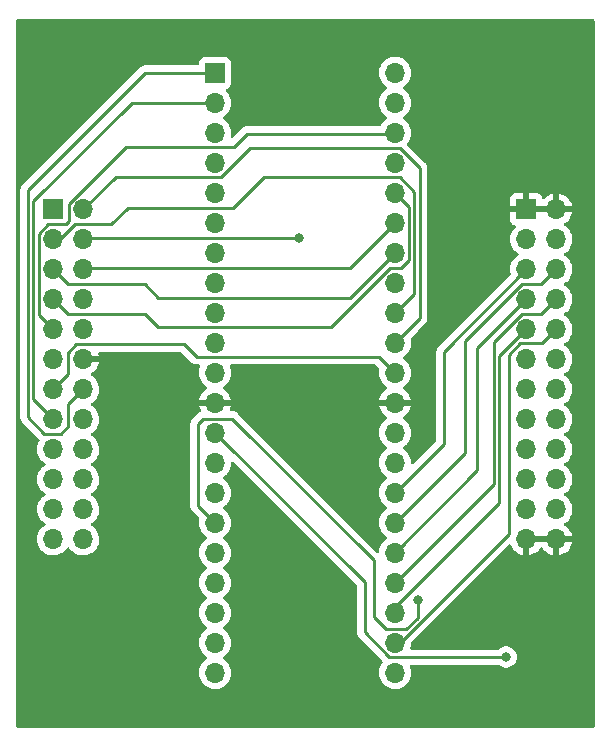
<source format=gbr>
%TF.GenerationSoftware,KiCad,Pcbnew,(6.0.1)*%
%TF.CreationDate,2022-04-03T17:56:57-07:00*%
%TF.ProjectId,MaskRom-TSOP48-to-DIP42-adapter,4d61736b-526f-46d2-9d54-534f5034382d,rev?*%
%TF.SameCoordinates,Original*%
%TF.FileFunction,Copper,L1,Top*%
%TF.FilePolarity,Positive*%
%FSLAX46Y46*%
G04 Gerber Fmt 4.6, Leading zero omitted, Abs format (unit mm)*
G04 Created by KiCad (PCBNEW (6.0.1)) date 2022-04-03 17:56:57*
%MOMM*%
%LPD*%
G01*
G04 APERTURE LIST*
%TA.AperFunction,ComponentPad*%
%ADD10R,1.700000X1.700000*%
%TD*%
%TA.AperFunction,ComponentPad*%
%ADD11O,1.700000X1.700000*%
%TD*%
%TA.AperFunction,ViaPad*%
%ADD12C,0.800000*%
%TD*%
%TA.AperFunction,Conductor*%
%ADD13C,0.250000*%
%TD*%
G04 APERTURE END LIST*
D10*
%TO.P,J1,48,VSS*%
%TO.N,/VSS*%
X163202000Y-67058000D03*
D11*
%TO.P,J1,47,VSS*%
X165742000Y-67058000D03*
%TO.P,J1,46,D15/A-1*%
%TO.N,/D15*%
X163202000Y-69598000D03*
%TO.P,J1,45,D7*%
%TO.N,/D7*%
X165742000Y-69598000D03*
%TO.P,J1,44,D14*%
%TO.N,/D14*%
X163202000Y-72138000D03*
%TO.P,J1,43,D6*%
%TO.N,/D6*%
X165742000Y-72138000D03*
%TO.P,J1,42,D13*%
%TO.N,/D13*%
X163202000Y-74678000D03*
%TO.P,J1,41,D5*%
%TO.N,/D5*%
X165742000Y-74678000D03*
%TO.P,J1,40,D12*%
%TO.N,/D12*%
X163202000Y-77218000D03*
%TO.P,J1,39,D4*%
%TO.N,/D4*%
X165742000Y-77218000D03*
%TO.P,J1,38,VCC*%
%TO.N,/VCC*%
X163202000Y-79758000D03*
%TO.P,J1,37,VCC*%
X165742000Y-79758000D03*
%TO.P,J1,36,NC*%
%TO.N,unconnected-(J1-Pad36)*%
X163202000Y-82298000D03*
%TO.P,J1,35,D11*%
%TO.N,/D11*%
X165742000Y-82298000D03*
%TO.P,J1,34,D3*%
%TO.N,/D3*%
X163202000Y-84838000D03*
%TO.P,J1,33,D10*%
%TO.N,/D10*%
X165742000Y-84838000D03*
%TO.P,J1,32,D2*%
%TO.N,/D2*%
X163202000Y-87378000D03*
%TO.P,J1,31,D9*%
%TO.N,/D9*%
X165742000Y-87378000D03*
%TO.P,J1,30,D1*%
%TO.N,/D1*%
X163202000Y-89918000D03*
%TO.P,J1,29,D8*%
%TO.N,/D8*%
X165742000Y-89918000D03*
%TO.P,J1,28,D0*%
%TO.N,/D0*%
X163202000Y-92458000D03*
%TO.P,J1,27,~{OE}/OE*%
%TO.N,/~{OE}*%
X165742000Y-92458000D03*
%TO.P,J1,26,VSS*%
%TO.N,/VSS*%
X163202000Y-94998000D03*
%TO.P,J1,25,VSS*%
X165742000Y-94998000D03*
%TO.P,J1,24,CE/~{CE}*%
%TO.N,/~{CE}*%
X125682000Y-94998000D03*
%TO.P,J1,23,A0*%
%TO.N,/A0*%
X123142000Y-94998000D03*
%TO.P,J1,22,A1*%
%TO.N,/A1*%
X125682000Y-92458000D03*
%TO.P,J1,21,A2*%
%TO.N,/A2*%
X123142000Y-92458000D03*
%TO.P,J1,20,A3*%
%TO.N,/A3*%
X125682000Y-89918000D03*
%TO.P,J1,19,A4*%
%TO.N,/A4*%
X123142000Y-89918000D03*
%TO.P,J1,18,A5*%
%TO.N,/A5*%
X125682000Y-87378000D03*
%TO.P,J1,17,A6*%
%TO.N,/A6*%
X123142000Y-87378000D03*
%TO.P,J1,16,A7*%
%TO.N,/A7*%
X125682000Y-84838000D03*
%TO.P,J1,15,A17*%
%TO.N,/A17*%
X123142000Y-84838000D03*
%TO.P,J1,14,A18*%
%TO.N,/A18*%
X125682000Y-82298000D03*
%TO.P,J1,13,A20*%
%TO.N,/A20*%
X123142000Y-82298000D03*
%TO.P,J1,12,VSS*%
%TO.N,/VSS*%
X125682000Y-79758000D03*
%TO.P,J1,11,A19*%
%TO.N,/A19*%
X123142000Y-79758000D03*
%TO.P,J1,10,A8*%
%TO.N,/A8*%
X125682000Y-77218000D03*
%TO.P,J1,9,A9*%
%TO.N,/A9*%
X123142000Y-77218000D03*
%TO.P,J1,8,A10*%
%TO.N,/A10*%
X125682000Y-74678000D03*
%TO.P,J1,7,A11*%
%TO.N,/A11*%
X123142000Y-74678000D03*
%TO.P,J1,6,A12*%
%TO.N,/A12*%
X125682000Y-72138000D03*
%TO.P,J1,5,A13*%
%TO.N,/A13*%
X123142000Y-72138000D03*
%TO.P,J1,4,A14*%
%TO.N,/A14*%
X125682000Y-69598000D03*
%TO.P,J1,3,A15*%
%TO.N,/A15*%
X123142000Y-69598000D03*
%TO.P,J1,2,A16*%
%TO.N,/A16*%
X125682000Y-67058000D03*
D10*
%TO.P,J1,1,~{BYTE}*%
%TO.N,/VCC*%
X123142000Y-67058000D03*
%TD*%
D11*
%TO.P,U2,42,A19*%
%TO.N,/A19*%
X152082000Y-55508000D03*
%TO.P,U2,41,A8*%
%TO.N,/A8*%
X152082000Y-58048000D03*
%TO.P,U2,40,A9*%
%TO.N,/A9*%
X152082000Y-60588000D03*
%TO.P,U2,39,A10*%
%TO.N,/A10*%
X152082000Y-63128000D03*
%TO.P,U2,38,A11*%
%TO.N,/A11*%
X152082000Y-65668000D03*
%TO.P,U2,37,A12*%
%TO.N,/A12*%
X152082000Y-68208000D03*
%TO.P,U2,36,A13*%
%TO.N,/A13*%
X152082000Y-70748000D03*
%TO.P,U2,35,A14*%
%TO.N,/A14*%
X152082000Y-73288000D03*
%TO.P,U2,34,A15*%
%TO.N,/A15*%
X152082000Y-75828000D03*
%TO.P,U2,33,A16*%
%TO.N,/A16*%
X152082000Y-78368000D03*
%TO.P,U2,32,A20*%
%TO.N,/A20*%
X152082000Y-80908000D03*
%TO.P,U2,31,GND*%
%TO.N,/VSS*%
X152082000Y-83448000D03*
%TO.P,U2,30,D15*%
%TO.N,/D15*%
X152082000Y-85988000D03*
%TO.P,U2,29,D7*%
%TO.N,/D7*%
X152082000Y-88528000D03*
%TO.P,U2,28,D14*%
%TO.N,/D14*%
X152082000Y-91068000D03*
%TO.P,U2,27,D6*%
%TO.N,/D6*%
X152082000Y-93608000D03*
%TO.P,U2,26,D13*%
%TO.N,/D13*%
X152082000Y-96148000D03*
%TO.P,U2,25,D5*%
%TO.N,/D5*%
X152082000Y-98688000D03*
%TO.P,U2,24,D12*%
%TO.N,/D12*%
X152082000Y-101228000D03*
%TO.P,U2,23,D4*%
%TO.N,/D4*%
X152082000Y-103768000D03*
%TO.P,U2,22,VCC*%
%TO.N,/VCC*%
X152082000Y-106308000D03*
%TO.P,U2,21,D11*%
%TO.N,/D11*%
X136842000Y-106308000D03*
%TO.P,U2,20,D3*%
%TO.N,/D3*%
X136842000Y-103768000D03*
%TO.P,U2,19,D10*%
%TO.N,/D10*%
X136842000Y-101228000D03*
%TO.P,U2,18,D2*%
%TO.N,/D2*%
X136842000Y-98688000D03*
%TO.P,U2,17,D9*%
%TO.N,/D9*%
X136842000Y-96148000D03*
%TO.P,U2,16,D1*%
%TO.N,/D1*%
X136842000Y-93608000D03*
%TO.P,U2,15,D8*%
%TO.N,/D8*%
X136842000Y-91068000D03*
%TO.P,U2,14,D0*%
%TO.N,/D0*%
X136842000Y-88528000D03*
%TO.P,U2,13,~{GVPP}*%
%TO.N,/~{OE}*%
X136842000Y-85988000D03*
%TO.P,U2,12,GND*%
%TO.N,/VSS*%
X136842000Y-83448000D03*
%TO.P,U2,11,~{E}*%
%TO.N,/~{CE}*%
X136842000Y-80908000D03*
%TO.P,U2,10,A0*%
%TO.N,/A0*%
X136842000Y-78368000D03*
%TO.P,U2,9,A1*%
%TO.N,/A1*%
X136842000Y-75828000D03*
%TO.P,U2,8,A2*%
%TO.N,/A2*%
X136842000Y-73288000D03*
%TO.P,U2,7,A3*%
%TO.N,/A3*%
X136842000Y-70748000D03*
%TO.P,U2,6,A4*%
%TO.N,/A4*%
X136842000Y-68208000D03*
%TO.P,U2,5,A5*%
%TO.N,/A5*%
X136842000Y-65668000D03*
%TO.P,U2,4,A6*%
%TO.N,/A6*%
X136842000Y-63128000D03*
%TO.P,U2,3,A7*%
%TO.N,/A7*%
X136842000Y-60588000D03*
%TO.P,U2,2,A17*%
%TO.N,/A17*%
X136842000Y-58048000D03*
D10*
%TO.P,U2,1,A18*%
%TO.N,/A18*%
X136842000Y-55508000D03*
%TD*%
D12*
%TO.N,/A14*%
X143990000Y-69460000D03*
%TO.N,/D1*%
X153990000Y-100160000D03*
%TO.N,/~{OE}*%
X161490000Y-104960000D03*
%TD*%
D13*
%TO.N,/A9*%
X152082000Y-60588000D02*
X152010000Y-60660000D01*
X152010000Y-60660000D02*
X139590000Y-60660000D01*
X124498200Y-68041200D02*
X124206000Y-68333400D01*
X139590000Y-60660000D02*
X138487489Y-61762511D01*
X138487489Y-61762511D02*
X129310689Y-61762511D01*
X129310689Y-61762511D02*
X124498200Y-66575000D01*
X124498200Y-66575000D02*
X124498200Y-68041200D01*
X124206000Y-68333400D02*
X122742800Y-68333400D01*
X122742800Y-68333400D02*
X121957500Y-69118700D01*
X121957500Y-69118700D02*
X121957500Y-76033500D01*
X121957500Y-76033500D02*
X123142000Y-77218000D01*
%TO.N,/A18*%
X123790000Y-86060000D02*
X124412000Y-85438000D01*
X122390000Y-86060000D02*
X123790000Y-86060000D01*
X121004400Y-84674400D02*
X122390000Y-86060000D01*
X124412000Y-83568000D02*
X125682000Y-82298000D01*
X130942000Y-55508000D02*
X121004400Y-65445600D01*
X124412000Y-85438000D02*
X124412000Y-83568000D01*
X136842000Y-55508000D02*
X130942000Y-55508000D01*
X121004400Y-65445600D02*
X121004400Y-84674400D01*
%TO.N,/~{OE}*%
X149507400Y-98653400D02*
X136842000Y-85988000D01*
X149507400Y-102884600D02*
X149507400Y-98653400D01*
X151590100Y-104967300D02*
X149507400Y-102884600D01*
X161482700Y-104967300D02*
X151590100Y-104967300D01*
X161490000Y-104960000D02*
X161482700Y-104967300D01*
%TO.N,/A14*%
X125820000Y-69460000D02*
X125682000Y-69598000D01*
X143990000Y-69460000D02*
X125820000Y-69460000D01*
%TO.N,/A16*%
X152082000Y-78368000D02*
X154185000Y-76265000D01*
X154185000Y-76265000D02*
X154185000Y-63970505D01*
%TO.N,/D1*%
X135390000Y-92156000D02*
X136842000Y-93608000D01*
X135390000Y-85260000D02*
X135390000Y-92156000D01*
X135861300Y-84788700D02*
X135390000Y-85260000D01*
X151290000Y-102560000D02*
X150290000Y-101560000D01*
X153054282Y-102560000D02*
X151290000Y-102560000D01*
X150290000Y-101560000D02*
X150290000Y-96760000D01*
X153990000Y-101624282D02*
X153054282Y-102560000D01*
X138318700Y-84788700D02*
X135861300Y-84788700D01*
X150290000Y-96760000D02*
X138318700Y-84788700D01*
X153990000Y-100160000D02*
X153990000Y-101624282D01*
%TO.N,/D4*%
X164542700Y-78417300D02*
X165742000Y-77218000D01*
X161696500Y-94553500D02*
X161696500Y-79360400D01*
X161696500Y-79360400D02*
X162639600Y-78417300D01*
X152482000Y-103768000D02*
X161696500Y-94553500D01*
X162639600Y-78417300D02*
X164542700Y-78417300D01*
X152082000Y-103768000D02*
X152482000Y-103768000D01*
%TO.N,/A15*%
X123735900Y-69598000D02*
X123142000Y-69598000D01*
X125005900Y-68328000D02*
X123735900Y-69598000D01*
X129469400Y-66938000D02*
X128079400Y-68328000D01*
X128079400Y-68328000D02*
X125005900Y-68328000D01*
X138411000Y-66938000D02*
X129469400Y-66938000D01*
X140989000Y-64360000D02*
X138411000Y-66938000D01*
X152514600Y-64360000D02*
X140989000Y-64360000D01*
X153707800Y-65553200D02*
X152514600Y-64360000D01*
X152082000Y-75828000D02*
X153707800Y-74202200D01*
X153707800Y-74202200D02*
X153707800Y-65553200D01*
%TO.N,/A16*%
X128437489Y-64302511D02*
X125682000Y-67058000D01*
X137328499Y-64302511D02*
X128437489Y-64302511D01*
X139771010Y-61860000D02*
X137328499Y-64302511D01*
X154190000Y-63574990D02*
X152475010Y-61860000D01*
X152475010Y-61860000D02*
X139771010Y-61860000D01*
X154190000Y-63960000D02*
X154190000Y-63574990D01*
%TO.N,/A11*%
X124412000Y-75948000D02*
X123142000Y-74678000D01*
X130895000Y-75948000D02*
X124412000Y-75948000D01*
X152552700Y-72018000D02*
X151674500Y-72018000D01*
X153257400Y-71313300D02*
X152552700Y-72018000D01*
X151674500Y-72018000D02*
X146632500Y-77060000D01*
X132007000Y-77060000D02*
X130895000Y-75948000D01*
X153257400Y-66843400D02*
X153257400Y-71313300D01*
X152082000Y-65668000D02*
X153257400Y-66843400D01*
X146632500Y-77060000D02*
X132007000Y-77060000D01*
%TO.N,/A20*%
X124406700Y-81033400D02*
X124406600Y-81033400D01*
X125110200Y-78482600D02*
X124406700Y-79186100D01*
X124406600Y-81033400D02*
X123142000Y-82298000D01*
X134212600Y-78482600D02*
X125110200Y-78482600D01*
X135290000Y-79560000D02*
X134212600Y-78482600D01*
X150734000Y-79560000D02*
X135290000Y-79560000D01*
X152082000Y-80908000D02*
X150734000Y-79560000D01*
X124406700Y-79186100D02*
X124406700Y-81033400D01*
%TO.N,/A13*%
X124412000Y-73408000D02*
X123142000Y-72138000D01*
X130895000Y-73408000D02*
X124412000Y-73408000D01*
X148270000Y-74560000D02*
X132047000Y-74560000D01*
X132047000Y-74560000D02*
X130895000Y-73408000D01*
X152082000Y-70748000D02*
X148270000Y-74560000D01*
%TO.N,/A12*%
X125802000Y-72018000D02*
X125682000Y-72138000D01*
X148272000Y-72018000D02*
X125802000Y-72018000D01*
X152082000Y-68208000D02*
X148272000Y-72018000D01*
%TO.N,/D14*%
X156224400Y-79115600D02*
X163202000Y-72138000D01*
X156224400Y-86925600D02*
X156224400Y-79115600D01*
X152082000Y-91068000D02*
X156224400Y-86925600D01*
%TO.N,/D6*%
X164472000Y-73408000D02*
X165742000Y-72138000D01*
X162805600Y-73408000D02*
X164472000Y-73408000D01*
X157998500Y-78215100D02*
X162805600Y-73408000D01*
X157998500Y-87691500D02*
X157998500Y-78215100D01*
X152082000Y-93608000D02*
X157998500Y-87691500D01*
%TO.N,/D13*%
X159056900Y-78823100D02*
X163202000Y-74678000D01*
X159056900Y-89173100D02*
X159056900Y-78823100D01*
X152082000Y-96148000D02*
X159056900Y-89173100D01*
%TO.N,/D5*%
X164472000Y-75948000D02*
X165742000Y-74678000D01*
X162805600Y-75948000D02*
X164472000Y-75948000D01*
X160433800Y-78319800D02*
X162805600Y-75948000D01*
X160433800Y-90336200D02*
X160433800Y-78319800D01*
X152082000Y-98688000D02*
X160433800Y-90336200D01*
%TO.N,/D12*%
X152082000Y-100750400D02*
X152082000Y-101228000D01*
X160905900Y-91926500D02*
X152082000Y-100750400D01*
X160905900Y-79514100D02*
X160905900Y-91926500D01*
X163202000Y-77218000D02*
X160905900Y-79514100D01*
%TO.N,/A17*%
X121454800Y-83150800D02*
X123142000Y-84838000D01*
X121454800Y-66382800D02*
X121454800Y-83150800D01*
X129789600Y-58048000D02*
X121454800Y-66382800D01*
X136842000Y-58048000D02*
X129789600Y-58048000D01*
%TD*%
%TA.AperFunction,Conductor*%
%TO.N,/VSS*%
G36*
X168924121Y-50988002D02*
G01*
X168970614Y-51041658D01*
X168982000Y-51094000D01*
X168982000Y-110826000D01*
X168961998Y-110894121D01*
X168908342Y-110940614D01*
X168856000Y-110952000D01*
X120124000Y-110952000D01*
X120055879Y-110931998D01*
X120009386Y-110878342D01*
X119998000Y-110826000D01*
X119998000Y-65425543D01*
X120366180Y-65425543D01*
X120366926Y-65433435D01*
X120370341Y-65469561D01*
X120370900Y-65481419D01*
X120370900Y-84595633D01*
X120370373Y-84606816D01*
X120368698Y-84614309D01*
X120368947Y-84622235D01*
X120368947Y-84622236D01*
X120370838Y-84682386D01*
X120370900Y-84686345D01*
X120370900Y-84714256D01*
X120371397Y-84718190D01*
X120371397Y-84718191D01*
X120371405Y-84718256D01*
X120372338Y-84730093D01*
X120373727Y-84774289D01*
X120379378Y-84793739D01*
X120383387Y-84813100D01*
X120385926Y-84833197D01*
X120388845Y-84840568D01*
X120388845Y-84840570D01*
X120402204Y-84874312D01*
X120406049Y-84885542D01*
X120411583Y-84904590D01*
X120418382Y-84927993D01*
X120422415Y-84934812D01*
X120422417Y-84934817D01*
X120428693Y-84945428D01*
X120437388Y-84963176D01*
X120444848Y-84982017D01*
X120449510Y-84988433D01*
X120449510Y-84988434D01*
X120470836Y-85017787D01*
X120477352Y-85027707D01*
X120499858Y-85065762D01*
X120514179Y-85080083D01*
X120527019Y-85095116D01*
X120538928Y-85111507D01*
X120556932Y-85126401D01*
X120573005Y-85139698D01*
X120581784Y-85147688D01*
X121886343Y-86452247D01*
X121893887Y-86460537D01*
X121898000Y-86467018D01*
X121903777Y-86472443D01*
X121947667Y-86513658D01*
X121950509Y-86516413D01*
X121956724Y-86522628D01*
X121990750Y-86584940D01*
X121985685Y-86655755D01*
X121971718Y-86682726D01*
X121959656Y-86700408D01*
X121959650Y-86700418D01*
X121956743Y-86704680D01*
X121954570Y-86709362D01*
X121954568Y-86709365D01*
X121877620Y-86875137D01*
X121862688Y-86907305D01*
X121802989Y-87122570D01*
X121779251Y-87344695D01*
X121779548Y-87349848D01*
X121779548Y-87349851D01*
X121788919Y-87512373D01*
X121792110Y-87567715D01*
X121793247Y-87572761D01*
X121793248Y-87572767D01*
X121813119Y-87660939D01*
X121841222Y-87785639D01*
X121925266Y-87992616D01*
X121964907Y-88057305D01*
X122039291Y-88178688D01*
X122041987Y-88183088D01*
X122188250Y-88351938D01*
X122360126Y-88494632D01*
X122397458Y-88516447D01*
X122433445Y-88537476D01*
X122482169Y-88589114D01*
X122495240Y-88658897D01*
X122468509Y-88724669D01*
X122428055Y-88758027D01*
X122415607Y-88764507D01*
X122411474Y-88767610D01*
X122411471Y-88767612D01*
X122241100Y-88895530D01*
X122236965Y-88898635D01*
X122082629Y-89060138D01*
X121956743Y-89244680D01*
X121862688Y-89447305D01*
X121802989Y-89662570D01*
X121779251Y-89884695D01*
X121779548Y-89889848D01*
X121779548Y-89889851D01*
X121788919Y-90052373D01*
X121792110Y-90107715D01*
X121793247Y-90112761D01*
X121793248Y-90112767D01*
X121813119Y-90200939D01*
X121841222Y-90325639D01*
X121925266Y-90532616D01*
X121964907Y-90597305D01*
X122039291Y-90718688D01*
X122041987Y-90723088D01*
X122188250Y-90891938D01*
X122360126Y-91034632D01*
X122397458Y-91056447D01*
X122433445Y-91077476D01*
X122482169Y-91129114D01*
X122495240Y-91198897D01*
X122468509Y-91264669D01*
X122428055Y-91298027D01*
X122415607Y-91304507D01*
X122411474Y-91307610D01*
X122411471Y-91307612D01*
X122241100Y-91435530D01*
X122236965Y-91438635D01*
X122082629Y-91600138D01*
X121956743Y-91784680D01*
X121862688Y-91987305D01*
X121802989Y-92202570D01*
X121779251Y-92424695D01*
X121779548Y-92429848D01*
X121779548Y-92429851D01*
X121791812Y-92642547D01*
X121792110Y-92647715D01*
X121793247Y-92652761D01*
X121793248Y-92652767D01*
X121796074Y-92665305D01*
X121841222Y-92865639D01*
X121925266Y-93072616D01*
X121964907Y-93137305D01*
X122039291Y-93258688D01*
X122041987Y-93263088D01*
X122188250Y-93431938D01*
X122360126Y-93574632D01*
X122397458Y-93596447D01*
X122433445Y-93617476D01*
X122482169Y-93669114D01*
X122495240Y-93738897D01*
X122468509Y-93804669D01*
X122428055Y-93838027D01*
X122415607Y-93844507D01*
X122411474Y-93847610D01*
X122411471Y-93847612D01*
X122241100Y-93975530D01*
X122236965Y-93978635D01*
X122082629Y-94140138D01*
X122079720Y-94144403D01*
X122079714Y-94144411D01*
X122067404Y-94162457D01*
X121956743Y-94324680D01*
X121862688Y-94527305D01*
X121802989Y-94742570D01*
X121779251Y-94964695D01*
X121779548Y-94969848D01*
X121779548Y-94969851D01*
X121788919Y-95132373D01*
X121792110Y-95187715D01*
X121793247Y-95192761D01*
X121793248Y-95192767D01*
X121807449Y-95255778D01*
X121841222Y-95405639D01*
X121925266Y-95612616D01*
X121964907Y-95677305D01*
X122039291Y-95798688D01*
X122041987Y-95803088D01*
X122188250Y-95971938D01*
X122360126Y-96114632D01*
X122553000Y-96227338D01*
X122761692Y-96307030D01*
X122766760Y-96308061D01*
X122766763Y-96308062D01*
X122861862Y-96327410D01*
X122980597Y-96351567D01*
X122985772Y-96351757D01*
X122985774Y-96351757D01*
X123198673Y-96359564D01*
X123198677Y-96359564D01*
X123203837Y-96359753D01*
X123208957Y-96359097D01*
X123208959Y-96359097D01*
X123420288Y-96332025D01*
X123420289Y-96332025D01*
X123425416Y-96331368D01*
X123430366Y-96329883D01*
X123634429Y-96268661D01*
X123634434Y-96268659D01*
X123639384Y-96267174D01*
X123839994Y-96168896D01*
X124021860Y-96039173D01*
X124180096Y-95881489D01*
X124239594Y-95798689D01*
X124310453Y-95700077D01*
X124311776Y-95701028D01*
X124358645Y-95657857D01*
X124428580Y-95645625D01*
X124494026Y-95673144D01*
X124521875Y-95704994D01*
X124581987Y-95803088D01*
X124728250Y-95971938D01*
X124900126Y-96114632D01*
X125093000Y-96227338D01*
X125301692Y-96307030D01*
X125306760Y-96308061D01*
X125306763Y-96308062D01*
X125401862Y-96327410D01*
X125520597Y-96351567D01*
X125525772Y-96351757D01*
X125525774Y-96351757D01*
X125738673Y-96359564D01*
X125738677Y-96359564D01*
X125743837Y-96359753D01*
X125748957Y-96359097D01*
X125748959Y-96359097D01*
X125960288Y-96332025D01*
X125960289Y-96332025D01*
X125965416Y-96331368D01*
X125970366Y-96329883D01*
X126174429Y-96268661D01*
X126174434Y-96268659D01*
X126179384Y-96267174D01*
X126379994Y-96168896D01*
X126561860Y-96039173D01*
X126720096Y-95881489D01*
X126779594Y-95798689D01*
X126847435Y-95704277D01*
X126850453Y-95700077D01*
X126853470Y-95693974D01*
X126947136Y-95504453D01*
X126947137Y-95504451D01*
X126949430Y-95499811D01*
X126982456Y-95391110D01*
X127012865Y-95291023D01*
X127012865Y-95291021D01*
X127014370Y-95286069D01*
X127043529Y-95064590D01*
X127043863Y-95050907D01*
X127045074Y-95001365D01*
X127045074Y-95001361D01*
X127045156Y-94998000D01*
X127026852Y-94775361D01*
X126972431Y-94558702D01*
X126883354Y-94353840D01*
X126809000Y-94238906D01*
X126764822Y-94170617D01*
X126764820Y-94170614D01*
X126762014Y-94166277D01*
X126611670Y-94001051D01*
X126607619Y-93997852D01*
X126607615Y-93997848D01*
X126440414Y-93865800D01*
X126440410Y-93865798D01*
X126436359Y-93862598D01*
X126395053Y-93839796D01*
X126345084Y-93789364D01*
X126330312Y-93719921D01*
X126355428Y-93653516D01*
X126382780Y-93626909D01*
X126448753Y-93579851D01*
X126561860Y-93499173D01*
X126720096Y-93341489D01*
X126779594Y-93258689D01*
X126847435Y-93164277D01*
X126850453Y-93160077D01*
X126853470Y-93153974D01*
X126947136Y-92964453D01*
X126947137Y-92964451D01*
X126949430Y-92959811D01*
X126983895Y-92846374D01*
X127012865Y-92751023D01*
X127012865Y-92751021D01*
X127014370Y-92746069D01*
X127043529Y-92524590D01*
X127043611Y-92521240D01*
X127045074Y-92461365D01*
X127045074Y-92461361D01*
X127045156Y-92458000D01*
X127026852Y-92235361D01*
X126972431Y-92018702D01*
X126883354Y-91813840D01*
X126843906Y-91752862D01*
X126764822Y-91630617D01*
X126764820Y-91630614D01*
X126762014Y-91626277D01*
X126611670Y-91461051D01*
X126607619Y-91457852D01*
X126607615Y-91457848D01*
X126440414Y-91325800D01*
X126440410Y-91325798D01*
X126436359Y-91322598D01*
X126395053Y-91299796D01*
X126345084Y-91249364D01*
X126330312Y-91179921D01*
X126355428Y-91113516D01*
X126382780Y-91086909D01*
X126448753Y-91039851D01*
X126561860Y-90959173D01*
X126720096Y-90801489D01*
X126779594Y-90718689D01*
X126847435Y-90624277D01*
X126850453Y-90620077D01*
X126853470Y-90613974D01*
X126947136Y-90424453D01*
X126947137Y-90424451D01*
X126949430Y-90419811D01*
X126981900Y-90312940D01*
X127012865Y-90211023D01*
X127012865Y-90211021D01*
X127014370Y-90206069D01*
X127043529Y-89984590D01*
X127044721Y-89935800D01*
X127045074Y-89921365D01*
X127045074Y-89921361D01*
X127045156Y-89918000D01*
X127026852Y-89695361D01*
X126972431Y-89478702D01*
X126883354Y-89273840D01*
X126831158Y-89193157D01*
X126764822Y-89090617D01*
X126764820Y-89090614D01*
X126762014Y-89086277D01*
X126611670Y-88921051D01*
X126607619Y-88917852D01*
X126607615Y-88917848D01*
X126440414Y-88785800D01*
X126440410Y-88785798D01*
X126436359Y-88782598D01*
X126395053Y-88759796D01*
X126345084Y-88709364D01*
X126330312Y-88639921D01*
X126355428Y-88573516D01*
X126382780Y-88546909D01*
X126448753Y-88499851D01*
X126561860Y-88419173D01*
X126720096Y-88261489D01*
X126776137Y-88183500D01*
X126847435Y-88084277D01*
X126850453Y-88080077D01*
X126859241Y-88062297D01*
X126947136Y-87884453D01*
X126947137Y-87884451D01*
X126949430Y-87879811D01*
X126981900Y-87772940D01*
X127012865Y-87671023D01*
X127012865Y-87671021D01*
X127014370Y-87666069D01*
X127043529Y-87444590D01*
X127044099Y-87421268D01*
X127045074Y-87381365D01*
X127045074Y-87381361D01*
X127045156Y-87378000D01*
X127026852Y-87155361D01*
X126972431Y-86938702D01*
X126883354Y-86733840D01*
X126808544Y-86618201D01*
X126764822Y-86550617D01*
X126764820Y-86550614D01*
X126762014Y-86546277D01*
X126611670Y-86381051D01*
X126607619Y-86377852D01*
X126607615Y-86377848D01*
X126440414Y-86245800D01*
X126440410Y-86245798D01*
X126436359Y-86242598D01*
X126395053Y-86219796D01*
X126345084Y-86169364D01*
X126330312Y-86099921D01*
X126355428Y-86033516D01*
X126382780Y-86006909D01*
X126448753Y-85959851D01*
X126561860Y-85879173D01*
X126720096Y-85721489D01*
X126850453Y-85540077D01*
X126859241Y-85522297D01*
X126947136Y-85344453D01*
X126947137Y-85344451D01*
X126949430Y-85339811D01*
X126979772Y-85239943D01*
X134751780Y-85239943D01*
X134752526Y-85247835D01*
X134755941Y-85283961D01*
X134756500Y-85295819D01*
X134756500Y-92077233D01*
X134755973Y-92088416D01*
X134754298Y-92095909D01*
X134754547Y-92103835D01*
X134754547Y-92103836D01*
X134756438Y-92163986D01*
X134756500Y-92167945D01*
X134756500Y-92195856D01*
X134756997Y-92199790D01*
X134756997Y-92199791D01*
X134757005Y-92199856D01*
X134757938Y-92211693D01*
X134759327Y-92255889D01*
X134764978Y-92275339D01*
X134768987Y-92294700D01*
X134771526Y-92314797D01*
X134774445Y-92322168D01*
X134774445Y-92322170D01*
X134787804Y-92355912D01*
X134791649Y-92367142D01*
X134803982Y-92409593D01*
X134808015Y-92416412D01*
X134808017Y-92416417D01*
X134814293Y-92427028D01*
X134822988Y-92444776D01*
X134830448Y-92463617D01*
X134835110Y-92470033D01*
X134835110Y-92470034D01*
X134856436Y-92499387D01*
X134862952Y-92509307D01*
X134873953Y-92527908D01*
X134885458Y-92547362D01*
X134899779Y-92561683D01*
X134912619Y-92576716D01*
X134924528Y-92593107D01*
X134930634Y-92598158D01*
X134958605Y-92621298D01*
X134967384Y-92629288D01*
X135491778Y-93153682D01*
X135525804Y-93215994D01*
X135524100Y-93276448D01*
X135502989Y-93352570D01*
X135502441Y-93357700D01*
X135502440Y-93357704D01*
X135498933Y-93390522D01*
X135479251Y-93574695D01*
X135479548Y-93579848D01*
X135479548Y-93579851D01*
X135487643Y-93720245D01*
X135492110Y-93797715D01*
X135493247Y-93802761D01*
X135493248Y-93802767D01*
X135502213Y-93842546D01*
X135541222Y-94015639D01*
X135625266Y-94222616D01*
X135676019Y-94305438D01*
X135685189Y-94320401D01*
X135741987Y-94413088D01*
X135888250Y-94581938D01*
X136060126Y-94724632D01*
X136119512Y-94759334D01*
X136133445Y-94767476D01*
X136182169Y-94819114D01*
X136195240Y-94888897D01*
X136168509Y-94954669D01*
X136128055Y-94988027D01*
X136115607Y-94994507D01*
X136111474Y-94997610D01*
X136111471Y-94997612D01*
X135941100Y-95125530D01*
X135936965Y-95128635D01*
X135933393Y-95132373D01*
X135819075Y-95252000D01*
X135782629Y-95290138D01*
X135656743Y-95474680D01*
X135643009Y-95504267D01*
X135592716Y-95612616D01*
X135562688Y-95677305D01*
X135502989Y-95892570D01*
X135479251Y-96114695D01*
X135479548Y-96119848D01*
X135479548Y-96119851D01*
X135485746Y-96227338D01*
X135492110Y-96337715D01*
X135493247Y-96342761D01*
X135493248Y-96342767D01*
X135513119Y-96430939D01*
X135541222Y-96555639D01*
X135625266Y-96762616D01*
X135741987Y-96953088D01*
X135888250Y-97121938D01*
X136060126Y-97264632D01*
X136130595Y-97305811D01*
X136133445Y-97307476D01*
X136182169Y-97359114D01*
X136195240Y-97428897D01*
X136168509Y-97494669D01*
X136128055Y-97528027D01*
X136115607Y-97534507D01*
X136111474Y-97537610D01*
X136111471Y-97537612D01*
X135986448Y-97631482D01*
X135936965Y-97668635D01*
X135782629Y-97830138D01*
X135656743Y-98014680D01*
X135562688Y-98217305D01*
X135502989Y-98432570D01*
X135479251Y-98654695D01*
X135479548Y-98659848D01*
X135479548Y-98659851D01*
X135485011Y-98754590D01*
X135492110Y-98877715D01*
X135493247Y-98882761D01*
X135493248Y-98882767D01*
X135513119Y-98970939D01*
X135541222Y-99095639D01*
X135625266Y-99302616D01*
X135627965Y-99307020D01*
X135734662Y-99481134D01*
X135741987Y-99493088D01*
X135888250Y-99661938D01*
X136060126Y-99804632D01*
X136130595Y-99845811D01*
X136133445Y-99847476D01*
X136182169Y-99899114D01*
X136195240Y-99968897D01*
X136168509Y-100034669D01*
X136128055Y-100068027D01*
X136115607Y-100074507D01*
X136111474Y-100077610D01*
X136111471Y-100077612D01*
X135986448Y-100171482D01*
X135936965Y-100208635D01*
X135782629Y-100370138D01*
X135656743Y-100554680D01*
X135562688Y-100757305D01*
X135502989Y-100972570D01*
X135479251Y-101194695D01*
X135479548Y-101199848D01*
X135479548Y-101199851D01*
X135485011Y-101294590D01*
X135492110Y-101417715D01*
X135493247Y-101422761D01*
X135493248Y-101422767D01*
X135513119Y-101510939D01*
X135541222Y-101635639D01*
X135625266Y-101842616D01*
X135741987Y-102033088D01*
X135888250Y-102201938D01*
X136060126Y-102344632D01*
X136130595Y-102385811D01*
X136133445Y-102387476D01*
X136182169Y-102439114D01*
X136195240Y-102508897D01*
X136168509Y-102574669D01*
X136128055Y-102608027D01*
X136115607Y-102614507D01*
X136111474Y-102617610D01*
X136111471Y-102617612D01*
X136087247Y-102635800D01*
X135936965Y-102748635D01*
X135933393Y-102752373D01*
X135797518Y-102894558D01*
X135782629Y-102910138D01*
X135779715Y-102914410D01*
X135779714Y-102914411D01*
X135761838Y-102940617D01*
X135656743Y-103094680D01*
X135628452Y-103155628D01*
X135569991Y-103281573D01*
X135562688Y-103297305D01*
X135502989Y-103512570D01*
X135479251Y-103734695D01*
X135479548Y-103739848D01*
X135479548Y-103739851D01*
X135485011Y-103834590D01*
X135492110Y-103957715D01*
X135493247Y-103962761D01*
X135493248Y-103962767D01*
X135513119Y-104050939D01*
X135541222Y-104175639D01*
X135625266Y-104382616D01*
X135741987Y-104573088D01*
X135888250Y-104741938D01*
X136060126Y-104884632D01*
X136130595Y-104925811D01*
X136133445Y-104927476D01*
X136182169Y-104979114D01*
X136195240Y-105048897D01*
X136168509Y-105114669D01*
X136128055Y-105148027D01*
X136115607Y-105154507D01*
X136111474Y-105157610D01*
X136111471Y-105157612D01*
X136087247Y-105175800D01*
X135936965Y-105288635D01*
X135782629Y-105450138D01*
X135656743Y-105634680D01*
X135641003Y-105668590D01*
X135566002Y-105830166D01*
X135562688Y-105837305D01*
X135502989Y-106052570D01*
X135479251Y-106274695D01*
X135479548Y-106279848D01*
X135479548Y-106279851D01*
X135485011Y-106374590D01*
X135492110Y-106497715D01*
X135493247Y-106502761D01*
X135493248Y-106502767D01*
X135513119Y-106590939D01*
X135541222Y-106715639D01*
X135625266Y-106922616D01*
X135741987Y-107113088D01*
X135888250Y-107281938D01*
X136060126Y-107424632D01*
X136253000Y-107537338D01*
X136461692Y-107617030D01*
X136466760Y-107618061D01*
X136466763Y-107618062D01*
X136574017Y-107639883D01*
X136680597Y-107661567D01*
X136685772Y-107661757D01*
X136685774Y-107661757D01*
X136898673Y-107669564D01*
X136898677Y-107669564D01*
X136903837Y-107669753D01*
X136908957Y-107669097D01*
X136908959Y-107669097D01*
X137120288Y-107642025D01*
X137120289Y-107642025D01*
X137125416Y-107641368D01*
X137130366Y-107639883D01*
X137334429Y-107578661D01*
X137334434Y-107578659D01*
X137339384Y-107577174D01*
X137539994Y-107478896D01*
X137721860Y-107349173D01*
X137880096Y-107191489D01*
X137939594Y-107108689D01*
X138007435Y-107014277D01*
X138010453Y-107010077D01*
X138109430Y-106809811D01*
X138174370Y-106596069D01*
X138203529Y-106374590D01*
X138205156Y-106308000D01*
X138186852Y-106085361D01*
X138132431Y-105868702D01*
X138043354Y-105663840D01*
X137922014Y-105476277D01*
X137771670Y-105311051D01*
X137767619Y-105307852D01*
X137767615Y-105307848D01*
X137600414Y-105175800D01*
X137600410Y-105175798D01*
X137596359Y-105172598D01*
X137555053Y-105149796D01*
X137505084Y-105099364D01*
X137490312Y-105029921D01*
X137515428Y-104963516D01*
X137542780Y-104936909D01*
X137586603Y-104905650D01*
X137721860Y-104809173D01*
X137880096Y-104651489D01*
X137939594Y-104568689D01*
X138007435Y-104474277D01*
X138010453Y-104470077D01*
X138087691Y-104313798D01*
X138107136Y-104274453D01*
X138107137Y-104274451D01*
X138109430Y-104269811D01*
X138174370Y-104056069D01*
X138203529Y-103834590D01*
X138205156Y-103768000D01*
X138186852Y-103545361D01*
X138132431Y-103328702D01*
X138043354Y-103123840D01*
X137948081Y-102976570D01*
X137924822Y-102940617D01*
X137924820Y-102940614D01*
X137922014Y-102936277D01*
X137771670Y-102771051D01*
X137767619Y-102767852D01*
X137767615Y-102767848D01*
X137600414Y-102635800D01*
X137600410Y-102635798D01*
X137596359Y-102632598D01*
X137555053Y-102609796D01*
X137505084Y-102559364D01*
X137490312Y-102489921D01*
X137515428Y-102423516D01*
X137542780Y-102396909D01*
X137586603Y-102365650D01*
X137721860Y-102269173D01*
X137880096Y-102111489D01*
X137939594Y-102028689D01*
X138007435Y-101934277D01*
X138010453Y-101930077D01*
X138109430Y-101729811D01*
X138174370Y-101516069D01*
X138203529Y-101294590D01*
X138205156Y-101228000D01*
X138186852Y-101005361D01*
X138132431Y-100788702D01*
X138043354Y-100583840D01*
X137922014Y-100396277D01*
X137771670Y-100231051D01*
X137767619Y-100227852D01*
X137767615Y-100227848D01*
X137600414Y-100095800D01*
X137600410Y-100095798D01*
X137596359Y-100092598D01*
X137555053Y-100069796D01*
X137505084Y-100019364D01*
X137490312Y-99949921D01*
X137515428Y-99883516D01*
X137542780Y-99856909D01*
X137586603Y-99825650D01*
X137721860Y-99729173D01*
X137758962Y-99692201D01*
X137876435Y-99575137D01*
X137880096Y-99571489D01*
X137939594Y-99488689D01*
X138007435Y-99394277D01*
X138010453Y-99390077D01*
X138034225Y-99341979D01*
X138107136Y-99194453D01*
X138107137Y-99194451D01*
X138109430Y-99189811D01*
X138174370Y-98976069D01*
X138203529Y-98754590D01*
X138205156Y-98688000D01*
X138186852Y-98465361D01*
X138132431Y-98248702D01*
X138043354Y-98043840D01*
X137922014Y-97856277D01*
X137771670Y-97691051D01*
X137767619Y-97687852D01*
X137767615Y-97687848D01*
X137600414Y-97555800D01*
X137600410Y-97555798D01*
X137596359Y-97552598D01*
X137555053Y-97529796D01*
X137505084Y-97479364D01*
X137490312Y-97409921D01*
X137515428Y-97343516D01*
X137542780Y-97316909D01*
X137586603Y-97285650D01*
X137721860Y-97189173D01*
X137758962Y-97152201D01*
X137876435Y-97035137D01*
X137880096Y-97031489D01*
X137886624Y-97022405D01*
X138007435Y-96854277D01*
X138010453Y-96850077D01*
X138109430Y-96649811D01*
X138174370Y-96436069D01*
X138203529Y-96214590D01*
X138204590Y-96171173D01*
X138205074Y-96151365D01*
X138205074Y-96151361D01*
X138205156Y-96148000D01*
X138186852Y-95925361D01*
X138132431Y-95708702D01*
X138043354Y-95503840D01*
X137979825Y-95405639D01*
X137924822Y-95320617D01*
X137924820Y-95320614D01*
X137922014Y-95316277D01*
X137771670Y-95151051D01*
X137767619Y-95147852D01*
X137767615Y-95147848D01*
X137600414Y-95015800D01*
X137600410Y-95015798D01*
X137596359Y-95012598D01*
X137555053Y-94989796D01*
X137505084Y-94939364D01*
X137490312Y-94869921D01*
X137515428Y-94803516D01*
X137542780Y-94776909D01*
X137607216Y-94730947D01*
X137721860Y-94649173D01*
X137880096Y-94491489D01*
X137939594Y-94408689D01*
X138007435Y-94314277D01*
X138010453Y-94310077D01*
X138016165Y-94298521D01*
X138107136Y-94114453D01*
X138107137Y-94114451D01*
X138109430Y-94109811D01*
X138174370Y-93896069D01*
X138203529Y-93674590D01*
X138204044Y-93653516D01*
X138205074Y-93611365D01*
X138205074Y-93611361D01*
X138205156Y-93608000D01*
X138186852Y-93385361D01*
X138132431Y-93168702D01*
X138043354Y-92963840D01*
X137979825Y-92865639D01*
X137924822Y-92780617D01*
X137924820Y-92780614D01*
X137922014Y-92776277D01*
X137771670Y-92611051D01*
X137767619Y-92607852D01*
X137767615Y-92607848D01*
X137600414Y-92475800D01*
X137600410Y-92475798D01*
X137596359Y-92472598D01*
X137555053Y-92449796D01*
X137505084Y-92399364D01*
X137490312Y-92329921D01*
X137515428Y-92263516D01*
X137542780Y-92236909D01*
X137594726Y-92199856D01*
X137721860Y-92109173D01*
X137735171Y-92095909D01*
X137839145Y-91992297D01*
X137880096Y-91951489D01*
X137939594Y-91868689D01*
X138007435Y-91774277D01*
X138010453Y-91770077D01*
X138096289Y-91596401D01*
X138107136Y-91574453D01*
X138107137Y-91574451D01*
X138109430Y-91569811D01*
X138174370Y-91356069D01*
X138203529Y-91134590D01*
X138204044Y-91113516D01*
X138205074Y-91071365D01*
X138205074Y-91071361D01*
X138205156Y-91068000D01*
X138186852Y-90845361D01*
X138132431Y-90628702D01*
X138043354Y-90423840D01*
X137979825Y-90325639D01*
X137924822Y-90240617D01*
X137924820Y-90240614D01*
X137922014Y-90236277D01*
X137771670Y-90071051D01*
X137767619Y-90067852D01*
X137767615Y-90067848D01*
X137600414Y-89935800D01*
X137600410Y-89935798D01*
X137596359Y-89932598D01*
X137555053Y-89909796D01*
X137505084Y-89859364D01*
X137490312Y-89789921D01*
X137515428Y-89723516D01*
X137542780Y-89696909D01*
X137597906Y-89657588D01*
X137721860Y-89569173D01*
X137736890Y-89554196D01*
X137839326Y-89452117D01*
X137880096Y-89411489D01*
X137923386Y-89351245D01*
X138007435Y-89234277D01*
X138010453Y-89230077D01*
X138013972Y-89222958D01*
X138107136Y-89034453D01*
X138107137Y-89034451D01*
X138109430Y-89029811D01*
X138174370Y-88816069D01*
X138203529Y-88594590D01*
X138204044Y-88573516D01*
X138204676Y-88547654D01*
X138226336Y-88480042D01*
X138281111Y-88434874D01*
X138351611Y-88426490D01*
X138419733Y-88461637D01*
X148836995Y-98878899D01*
X148871021Y-98941211D01*
X148873900Y-98967994D01*
X148873900Y-102805833D01*
X148873373Y-102817016D01*
X148871698Y-102824509D01*
X148871947Y-102832435D01*
X148871947Y-102832436D01*
X148873838Y-102892586D01*
X148873900Y-102896545D01*
X148873900Y-102924456D01*
X148874397Y-102928390D01*
X148874397Y-102928391D01*
X148874405Y-102928456D01*
X148875338Y-102940293D01*
X148876727Y-102984489D01*
X148882378Y-103003939D01*
X148886387Y-103023300D01*
X148888926Y-103043397D01*
X148891845Y-103050768D01*
X148891845Y-103050770D01*
X148905204Y-103084512D01*
X148909049Y-103095742D01*
X148915949Y-103119492D01*
X148921382Y-103138193D01*
X148925415Y-103145012D01*
X148925417Y-103145017D01*
X148931693Y-103155628D01*
X148940388Y-103173376D01*
X148947848Y-103192217D01*
X148952510Y-103198633D01*
X148952510Y-103198634D01*
X148973836Y-103227987D01*
X148980352Y-103237907D01*
X149002858Y-103275962D01*
X149017179Y-103290283D01*
X149030019Y-103305316D01*
X149041928Y-103321707D01*
X149056449Y-103333720D01*
X149076005Y-103349898D01*
X149084784Y-103357888D01*
X151011797Y-105284901D01*
X151045823Y-105347213D01*
X151040758Y-105418028D01*
X151022480Y-105450036D01*
X151022629Y-105450138D01*
X150896743Y-105634680D01*
X150881003Y-105668590D01*
X150806002Y-105830166D01*
X150802688Y-105837305D01*
X150742989Y-106052570D01*
X150719251Y-106274695D01*
X150719548Y-106279848D01*
X150719548Y-106279851D01*
X150725011Y-106374590D01*
X150732110Y-106497715D01*
X150733247Y-106502761D01*
X150733248Y-106502767D01*
X150753119Y-106590939D01*
X150781222Y-106715639D01*
X150865266Y-106922616D01*
X150981987Y-107113088D01*
X151128250Y-107281938D01*
X151300126Y-107424632D01*
X151493000Y-107537338D01*
X151701692Y-107617030D01*
X151706760Y-107618061D01*
X151706763Y-107618062D01*
X151814017Y-107639883D01*
X151920597Y-107661567D01*
X151925772Y-107661757D01*
X151925774Y-107661757D01*
X152138673Y-107669564D01*
X152138677Y-107669564D01*
X152143837Y-107669753D01*
X152148957Y-107669097D01*
X152148959Y-107669097D01*
X152360288Y-107642025D01*
X152360289Y-107642025D01*
X152365416Y-107641368D01*
X152370366Y-107639883D01*
X152574429Y-107578661D01*
X152574434Y-107578659D01*
X152579384Y-107577174D01*
X152779994Y-107478896D01*
X152961860Y-107349173D01*
X153120096Y-107191489D01*
X153179594Y-107108689D01*
X153247435Y-107014277D01*
X153250453Y-107010077D01*
X153349430Y-106809811D01*
X153414370Y-106596069D01*
X153443529Y-106374590D01*
X153445156Y-106308000D01*
X153426852Y-106085361D01*
X153372431Y-105868702D01*
X153355079Y-105828794D01*
X153332576Y-105777043D01*
X153323755Y-105706596D01*
X153354421Y-105642564D01*
X153414838Y-105605276D01*
X153448125Y-105600800D01*
X160789135Y-105600800D01*
X160857256Y-105620802D01*
X160873445Y-105633163D01*
X160874325Y-105633955D01*
X160878747Y-105638866D01*
X160884089Y-105642747D01*
X160884091Y-105642749D01*
X160919658Y-105668590D01*
X161033248Y-105751118D01*
X161039276Y-105753802D01*
X161039278Y-105753803D01*
X161201681Y-105826109D01*
X161207712Y-105828794D01*
X161301112Y-105848647D01*
X161388056Y-105867128D01*
X161388061Y-105867128D01*
X161394513Y-105868500D01*
X161585487Y-105868500D01*
X161591939Y-105867128D01*
X161591944Y-105867128D01*
X161678888Y-105848647D01*
X161772288Y-105828794D01*
X161778319Y-105826109D01*
X161940722Y-105753803D01*
X161940724Y-105753802D01*
X161946752Y-105751118D01*
X162101253Y-105638866D01*
X162229040Y-105496944D01*
X162304759Y-105365795D01*
X162321223Y-105337279D01*
X162321224Y-105337278D01*
X162324527Y-105331556D01*
X162383542Y-105149928D01*
X162388857Y-105099364D01*
X162402814Y-104966565D01*
X162403504Y-104960000D01*
X162383542Y-104770072D01*
X162324527Y-104588444D01*
X162313122Y-104568689D01*
X162287314Y-104523990D01*
X162229040Y-104423056D01*
X162188318Y-104377829D01*
X162105675Y-104286045D01*
X162105674Y-104286044D01*
X162101253Y-104281134D01*
X161946752Y-104168882D01*
X161940724Y-104166198D01*
X161940722Y-104166197D01*
X161778319Y-104093891D01*
X161778318Y-104093891D01*
X161772288Y-104091206D01*
X161678888Y-104071353D01*
X161591944Y-104052872D01*
X161591939Y-104052872D01*
X161585487Y-104051500D01*
X161394513Y-104051500D01*
X161388061Y-104052872D01*
X161388056Y-104052872D01*
X161301112Y-104071353D01*
X161207712Y-104091206D01*
X161201682Y-104093891D01*
X161201681Y-104093891D01*
X161039278Y-104166197D01*
X161039276Y-104166198D01*
X161033248Y-104168882D01*
X160878747Y-104281134D01*
X160874333Y-104286036D01*
X160874331Y-104286038D01*
X160868862Y-104292112D01*
X160808416Y-104329350D01*
X160775227Y-104333800D01*
X153499957Y-104333800D01*
X153431836Y-104313798D01*
X153385343Y-104260142D01*
X153375239Y-104189868D01*
X153379399Y-104171171D01*
X153380095Y-104168882D01*
X153414370Y-104056069D01*
X153443529Y-103834590D01*
X153445156Y-103768000D01*
X153444829Y-103764019D01*
X153444858Y-103763877D01*
X153444784Y-103761304D01*
X153445393Y-103761286D01*
X153459176Y-103694492D01*
X153481309Y-103664595D01*
X161720769Y-95425136D01*
X161783081Y-95391110D01*
X161853896Y-95396175D01*
X161910732Y-95438722D01*
X161926607Y-95466827D01*
X161983770Y-95607603D01*
X161988413Y-95616794D01*
X162099694Y-95798388D01*
X162105777Y-95806699D01*
X162245213Y-95967667D01*
X162252580Y-95974883D01*
X162416434Y-96110916D01*
X162424881Y-96116831D01*
X162608756Y-96224279D01*
X162618042Y-96228729D01*
X162817001Y-96304703D01*
X162826899Y-96307579D01*
X162930250Y-96328606D01*
X162944299Y-96327410D01*
X162948000Y-96317065D01*
X162948000Y-96316517D01*
X163456000Y-96316517D01*
X163460064Y-96330359D01*
X163473478Y-96332393D01*
X163480184Y-96331534D01*
X163490262Y-96329392D01*
X163694255Y-96268191D01*
X163703842Y-96264433D01*
X163895095Y-96170739D01*
X163903945Y-96165464D01*
X164077328Y-96041792D01*
X164085200Y-96035139D01*
X164236052Y-95884812D01*
X164242730Y-95876965D01*
X164370022Y-95699819D01*
X164371147Y-95700627D01*
X164418669Y-95656876D01*
X164488607Y-95644661D01*
X164554046Y-95672197D01*
X164581870Y-95704028D01*
X164639690Y-95798383D01*
X164645777Y-95806699D01*
X164785213Y-95967667D01*
X164792580Y-95974883D01*
X164956434Y-96110916D01*
X164964881Y-96116831D01*
X165148756Y-96224279D01*
X165158042Y-96228729D01*
X165357001Y-96304703D01*
X165366899Y-96307579D01*
X165470250Y-96328606D01*
X165484299Y-96327410D01*
X165488000Y-96317065D01*
X165488000Y-96316517D01*
X165996000Y-96316517D01*
X166000064Y-96330359D01*
X166013478Y-96332393D01*
X166020184Y-96331534D01*
X166030262Y-96329392D01*
X166234255Y-96268191D01*
X166243842Y-96264433D01*
X166435095Y-96170739D01*
X166443945Y-96165464D01*
X166617328Y-96041792D01*
X166625200Y-96035139D01*
X166776052Y-95884812D01*
X166782730Y-95876965D01*
X166907003Y-95704020D01*
X166912313Y-95695183D01*
X167006670Y-95504267D01*
X167010469Y-95494672D01*
X167072377Y-95290910D01*
X167074555Y-95280837D01*
X167075986Y-95269962D01*
X167073775Y-95255778D01*
X167060617Y-95252000D01*
X166014115Y-95252000D01*
X165998876Y-95256475D01*
X165997671Y-95257865D01*
X165996000Y-95265548D01*
X165996000Y-96316517D01*
X165488000Y-96316517D01*
X165488000Y-95270115D01*
X165483525Y-95254876D01*
X165482135Y-95253671D01*
X165474452Y-95252000D01*
X163474115Y-95252000D01*
X163458876Y-95256475D01*
X163457671Y-95257865D01*
X163456000Y-95265548D01*
X163456000Y-96316517D01*
X162948000Y-96316517D01*
X162948000Y-94870000D01*
X162968002Y-94801879D01*
X163021658Y-94755386D01*
X163074000Y-94744000D01*
X167060344Y-94744000D01*
X167073875Y-94740027D01*
X167075180Y-94730947D01*
X167033214Y-94563875D01*
X167029894Y-94554124D01*
X166944972Y-94358814D01*
X166940105Y-94349739D01*
X166824426Y-94170926D01*
X166818136Y-94162757D01*
X166674806Y-94005240D01*
X166667273Y-93998215D01*
X166500139Y-93866222D01*
X166491556Y-93860520D01*
X166454602Y-93840120D01*
X166404631Y-93789687D01*
X166389859Y-93720245D01*
X166414975Y-93653839D01*
X166442327Y-93627232D01*
X166508753Y-93579851D01*
X166621860Y-93499173D01*
X166780096Y-93341489D01*
X166839594Y-93258689D01*
X166907435Y-93164277D01*
X166910453Y-93160077D01*
X166913470Y-93153974D01*
X167007136Y-92964453D01*
X167007137Y-92964451D01*
X167009430Y-92959811D01*
X167043895Y-92846374D01*
X167072865Y-92751023D01*
X167072865Y-92751021D01*
X167074370Y-92746069D01*
X167103529Y-92524590D01*
X167103611Y-92521240D01*
X167105074Y-92461365D01*
X167105074Y-92461361D01*
X167105156Y-92458000D01*
X167086852Y-92235361D01*
X167032431Y-92018702D01*
X166943354Y-91813840D01*
X166903906Y-91752862D01*
X166824822Y-91630617D01*
X166824820Y-91630614D01*
X166822014Y-91626277D01*
X166671670Y-91461051D01*
X166667619Y-91457852D01*
X166667615Y-91457848D01*
X166500414Y-91325800D01*
X166500410Y-91325798D01*
X166496359Y-91322598D01*
X166455053Y-91299796D01*
X166405084Y-91249364D01*
X166390312Y-91179921D01*
X166415428Y-91113516D01*
X166442780Y-91086909D01*
X166508753Y-91039851D01*
X166621860Y-90959173D01*
X166780096Y-90801489D01*
X166839594Y-90718689D01*
X166907435Y-90624277D01*
X166910453Y-90620077D01*
X166913470Y-90613974D01*
X167007136Y-90424453D01*
X167007137Y-90424451D01*
X167009430Y-90419811D01*
X167041900Y-90312940D01*
X167072865Y-90211023D01*
X167072865Y-90211021D01*
X167074370Y-90206069D01*
X167103529Y-89984590D01*
X167104721Y-89935800D01*
X167105074Y-89921365D01*
X167105074Y-89921361D01*
X167105156Y-89918000D01*
X167086852Y-89695361D01*
X167032431Y-89478702D01*
X166943354Y-89273840D01*
X166891158Y-89193157D01*
X166824822Y-89090617D01*
X166824820Y-89090614D01*
X166822014Y-89086277D01*
X166671670Y-88921051D01*
X166667619Y-88917852D01*
X166667615Y-88917848D01*
X166500414Y-88785800D01*
X166500410Y-88785798D01*
X166496359Y-88782598D01*
X166455053Y-88759796D01*
X166405084Y-88709364D01*
X166390312Y-88639921D01*
X166415428Y-88573516D01*
X166442780Y-88546909D01*
X166508753Y-88499851D01*
X166621860Y-88419173D01*
X166780096Y-88261489D01*
X166836137Y-88183500D01*
X166907435Y-88084277D01*
X166910453Y-88080077D01*
X166919241Y-88062297D01*
X167007136Y-87884453D01*
X167007137Y-87884451D01*
X167009430Y-87879811D01*
X167041900Y-87772940D01*
X167072865Y-87671023D01*
X167072865Y-87671021D01*
X167074370Y-87666069D01*
X167103529Y-87444590D01*
X167104099Y-87421268D01*
X167105074Y-87381365D01*
X167105074Y-87381361D01*
X167105156Y-87378000D01*
X167086852Y-87155361D01*
X167032431Y-86938702D01*
X166943354Y-86733840D01*
X166868544Y-86618201D01*
X166824822Y-86550617D01*
X166824820Y-86550614D01*
X166822014Y-86546277D01*
X166671670Y-86381051D01*
X166667619Y-86377852D01*
X166667615Y-86377848D01*
X166500414Y-86245800D01*
X166500410Y-86245798D01*
X166496359Y-86242598D01*
X166455053Y-86219796D01*
X166405084Y-86169364D01*
X166390312Y-86099921D01*
X166415428Y-86033516D01*
X166442780Y-86006909D01*
X166508753Y-85959851D01*
X166621860Y-85879173D01*
X166780096Y-85721489D01*
X166910453Y-85540077D01*
X166919241Y-85522297D01*
X167007136Y-85344453D01*
X167007137Y-85344451D01*
X167009430Y-85339811D01*
X167060327Y-85172289D01*
X167072865Y-85131023D01*
X167072865Y-85131021D01*
X167074370Y-85126069D01*
X167103529Y-84904590D01*
X167103846Y-84891628D01*
X167105074Y-84841365D01*
X167105074Y-84841361D01*
X167105156Y-84838000D01*
X167086852Y-84615361D01*
X167032431Y-84398702D01*
X166943354Y-84193840D01*
X166822014Y-84006277D01*
X166671670Y-83841051D01*
X166667619Y-83837852D01*
X166667615Y-83837848D01*
X166500414Y-83705800D01*
X166500410Y-83705798D01*
X166496359Y-83702598D01*
X166455053Y-83679796D01*
X166405084Y-83629364D01*
X166390312Y-83559921D01*
X166415428Y-83493516D01*
X166442780Y-83466909D01*
X166486603Y-83435650D01*
X166621860Y-83339173D01*
X166780096Y-83181489D01*
X166910453Y-83000077D01*
X166923943Y-82972783D01*
X167007136Y-82804453D01*
X167007137Y-82804451D01*
X167009430Y-82799811D01*
X167066262Y-82612757D01*
X167072865Y-82591023D01*
X167072865Y-82591021D01*
X167074370Y-82586069D01*
X167103529Y-82364590D01*
X167105156Y-82298000D01*
X167086852Y-82075361D01*
X167032431Y-81858702D01*
X166943354Y-81653840D01*
X166903906Y-81592862D01*
X166824822Y-81470617D01*
X166824820Y-81470614D01*
X166822014Y-81466277D01*
X166671670Y-81301051D01*
X166667619Y-81297852D01*
X166667615Y-81297848D01*
X166500414Y-81165800D01*
X166500410Y-81165798D01*
X166496359Y-81162598D01*
X166455053Y-81139796D01*
X166405084Y-81089364D01*
X166390312Y-81019921D01*
X166415428Y-80953516D01*
X166442780Y-80926909D01*
X166508753Y-80879851D01*
X166621860Y-80799173D01*
X166780096Y-80641489D01*
X166910453Y-80460077D01*
X166919241Y-80442297D01*
X167007136Y-80264453D01*
X167007137Y-80264451D01*
X167009430Y-80259811D01*
X167054106Y-80112764D01*
X167072865Y-80051023D01*
X167072865Y-80051021D01*
X167074370Y-80046069D01*
X167103529Y-79824590D01*
X167104721Y-79775800D01*
X167105074Y-79761365D01*
X167105074Y-79761361D01*
X167105156Y-79758000D01*
X167086852Y-79535361D01*
X167032431Y-79318702D01*
X166943354Y-79113840D01*
X166887750Y-79027889D01*
X166824822Y-78930617D01*
X166824820Y-78930614D01*
X166822014Y-78926277D01*
X166671670Y-78761051D01*
X166667619Y-78757852D01*
X166667615Y-78757848D01*
X166500414Y-78625800D01*
X166500410Y-78625798D01*
X166496359Y-78622598D01*
X166455053Y-78599796D01*
X166405084Y-78549364D01*
X166390312Y-78479921D01*
X166415428Y-78413516D01*
X166442780Y-78386909D01*
X166508753Y-78339851D01*
X166621860Y-78259173D01*
X166780096Y-78101489D01*
X166794414Y-78081564D01*
X166907435Y-77924277D01*
X166910453Y-77920077D01*
X166913470Y-77913974D01*
X167007136Y-77724453D01*
X167007137Y-77724451D01*
X167009430Y-77719811D01*
X167044387Y-77604753D01*
X167072865Y-77511023D01*
X167072867Y-77511015D01*
X167074370Y-77506069D01*
X167103529Y-77284590D01*
X167105156Y-77218000D01*
X167086852Y-76995361D01*
X167032431Y-76778702D01*
X166943354Y-76573840D01*
X166882930Y-76480438D01*
X166824822Y-76390617D01*
X166824820Y-76390614D01*
X166822014Y-76386277D01*
X166671670Y-76221051D01*
X166667619Y-76217852D01*
X166667615Y-76217848D01*
X166500414Y-76085800D01*
X166500410Y-76085798D01*
X166496359Y-76082598D01*
X166455053Y-76059796D01*
X166405084Y-76009364D01*
X166390312Y-75939921D01*
X166415428Y-75873516D01*
X166442780Y-75846909D01*
X166515981Y-75794695D01*
X166621860Y-75719173D01*
X166780096Y-75561489D01*
X166788710Y-75549502D01*
X166907435Y-75384277D01*
X166910453Y-75380077D01*
X166919241Y-75362297D01*
X167007136Y-75184453D01*
X167007137Y-75184451D01*
X167009430Y-75179811D01*
X167059079Y-75016398D01*
X167072865Y-74971023D01*
X167072867Y-74971015D01*
X167074370Y-74966069D01*
X167103529Y-74744590D01*
X167105156Y-74678000D01*
X167086852Y-74455361D01*
X167032431Y-74238702D01*
X166943354Y-74033840D01*
X166859583Y-73904350D01*
X166824822Y-73850617D01*
X166824820Y-73850614D01*
X166822014Y-73846277D01*
X166671670Y-73681051D01*
X166667619Y-73677852D01*
X166667615Y-73677848D01*
X166500414Y-73545800D01*
X166500410Y-73545798D01*
X166496359Y-73542598D01*
X166455053Y-73519796D01*
X166405084Y-73469364D01*
X166390312Y-73399921D01*
X166415428Y-73333516D01*
X166442780Y-73306909D01*
X166515981Y-73254695D01*
X166621860Y-73179173D01*
X166780096Y-73021489D01*
X166788710Y-73009502D01*
X166907435Y-72844277D01*
X166910453Y-72840077D01*
X166916549Y-72827744D01*
X167007136Y-72644453D01*
X167007137Y-72644451D01*
X167009430Y-72639811D01*
X167074370Y-72426069D01*
X167103529Y-72204590D01*
X167105156Y-72138000D01*
X167086852Y-71915361D01*
X167032431Y-71698702D01*
X166943354Y-71493840D01*
X166859679Y-71364498D01*
X166824822Y-71310617D01*
X166824820Y-71310614D01*
X166822014Y-71306277D01*
X166671670Y-71141051D01*
X166667619Y-71137852D01*
X166667615Y-71137848D01*
X166500414Y-71005800D01*
X166500410Y-71005798D01*
X166496359Y-71002598D01*
X166455053Y-70979796D01*
X166405084Y-70929364D01*
X166390312Y-70859921D01*
X166415428Y-70793516D01*
X166442780Y-70766909D01*
X166508753Y-70719851D01*
X166621860Y-70639173D01*
X166780096Y-70481489D01*
X166821507Y-70423860D01*
X166907435Y-70304277D01*
X166910453Y-70300077D01*
X166919241Y-70282297D01*
X167007136Y-70104453D01*
X167007137Y-70104451D01*
X167009430Y-70099811D01*
X167074370Y-69886069D01*
X167103529Y-69664590D01*
X167105156Y-69598000D01*
X167086852Y-69375361D01*
X167032431Y-69158702D01*
X166943354Y-68953840D01*
X166860974Y-68826500D01*
X166824822Y-68770617D01*
X166824820Y-68770614D01*
X166822014Y-68766277D01*
X166671670Y-68601051D01*
X166667619Y-68597852D01*
X166667615Y-68597848D01*
X166500414Y-68465800D01*
X166500410Y-68465798D01*
X166496359Y-68462598D01*
X166454569Y-68439529D01*
X166404598Y-68389097D01*
X166389826Y-68319654D01*
X166414942Y-68253248D01*
X166442294Y-68226641D01*
X166617328Y-68101792D01*
X166625200Y-68095139D01*
X166776052Y-67944812D01*
X166782730Y-67936965D01*
X166907003Y-67764020D01*
X166912313Y-67755183D01*
X167006670Y-67564267D01*
X167010469Y-67554672D01*
X167072377Y-67350910D01*
X167074555Y-67340837D01*
X167075986Y-67329962D01*
X167073775Y-67315778D01*
X167060617Y-67312000D01*
X161862116Y-67312000D01*
X161846877Y-67316475D01*
X161845672Y-67317865D01*
X161844001Y-67325548D01*
X161844001Y-67952669D01*
X161844371Y-67959490D01*
X161849895Y-68010352D01*
X161853521Y-68025604D01*
X161898676Y-68146054D01*
X161907214Y-68161649D01*
X161983715Y-68263724D01*
X161996276Y-68276285D01*
X162098351Y-68352786D01*
X162113946Y-68361324D01*
X162222827Y-68402142D01*
X162279591Y-68444784D01*
X162304291Y-68511345D01*
X162289083Y-68580694D01*
X162269691Y-68607175D01*
X162210723Y-68668882D01*
X162142629Y-68740138D01*
X162139720Y-68744403D01*
X162139714Y-68744411D01*
X162114663Y-68781134D01*
X162016743Y-68924680D01*
X162001003Y-68958590D01*
X161940727Y-69088444D01*
X161922688Y-69127305D01*
X161862989Y-69342570D01*
X161839251Y-69564695D01*
X161839548Y-69569848D01*
X161839548Y-69569851D01*
X161845011Y-69664590D01*
X161852110Y-69787715D01*
X161853247Y-69792761D01*
X161853248Y-69792767D01*
X161861990Y-69831556D01*
X161901222Y-70005639D01*
X161985266Y-70212616D01*
X162024907Y-70277305D01*
X162099291Y-70398688D01*
X162101987Y-70403088D01*
X162248250Y-70571938D01*
X162420126Y-70714632D01*
X162471489Y-70744646D01*
X162493445Y-70757476D01*
X162542169Y-70809114D01*
X162555240Y-70878897D01*
X162528509Y-70944669D01*
X162488055Y-70978027D01*
X162475607Y-70984507D01*
X162471474Y-70987610D01*
X162471471Y-70987612D01*
X162400345Y-71041015D01*
X162296965Y-71118635D01*
X162142629Y-71280138D01*
X162139720Y-71284403D01*
X162139714Y-71284411D01*
X162073961Y-71380801D01*
X162016743Y-71464680D01*
X161922688Y-71667305D01*
X161862989Y-71882570D01*
X161839251Y-72104695D01*
X161839548Y-72109848D01*
X161839548Y-72109851D01*
X161845011Y-72204590D01*
X161852110Y-72327715D01*
X161853247Y-72332761D01*
X161853248Y-72332767D01*
X161885453Y-72475668D01*
X161880917Y-72546520D01*
X161851631Y-72592464D01*
X155832147Y-78611948D01*
X155823861Y-78619488D01*
X155817382Y-78623600D01*
X155811957Y-78629377D01*
X155770757Y-78673251D01*
X155768002Y-78676093D01*
X155748265Y-78695830D01*
X155745785Y-78699027D01*
X155738082Y-78708047D01*
X155707814Y-78740279D01*
X155703995Y-78747225D01*
X155703993Y-78747228D01*
X155698052Y-78758034D01*
X155687201Y-78774553D01*
X155674786Y-78790559D01*
X155671641Y-78797828D01*
X155671638Y-78797832D01*
X155657226Y-78831137D01*
X155652009Y-78841787D01*
X155630705Y-78880540D01*
X155628734Y-78888215D01*
X155628734Y-78888216D01*
X155625667Y-78900162D01*
X155619263Y-78918866D01*
X155615960Y-78926500D01*
X155611219Y-78937455D01*
X155609980Y-78945278D01*
X155609977Y-78945288D01*
X155604301Y-78981124D01*
X155601895Y-78992744D01*
X155590900Y-79035570D01*
X155590900Y-79055824D01*
X155589349Y-79075534D01*
X155586180Y-79095543D01*
X155586926Y-79103435D01*
X155590341Y-79139561D01*
X155590900Y-79151419D01*
X155590900Y-86611005D01*
X155570898Y-86679126D01*
X155553995Y-86700100D01*
X153658877Y-88595218D01*
X153596565Y-88629244D01*
X153525750Y-88624179D01*
X153468914Y-88581632D01*
X153444206Y-88516447D01*
X153442418Y-88494695D01*
X153426852Y-88305361D01*
X153372431Y-88088702D01*
X153283354Y-87883840D01*
X153219825Y-87785639D01*
X153164822Y-87700617D01*
X153164820Y-87700614D01*
X153162014Y-87696277D01*
X153011670Y-87531051D01*
X153007619Y-87527852D01*
X153007615Y-87527848D01*
X152840414Y-87395800D01*
X152840410Y-87395798D01*
X152836359Y-87392598D01*
X152795053Y-87369796D01*
X152745084Y-87319364D01*
X152730312Y-87249921D01*
X152755428Y-87183516D01*
X152782780Y-87156909D01*
X152847115Y-87111019D01*
X152961860Y-87029173D01*
X152985486Y-87005630D01*
X153079145Y-86912297D01*
X153120096Y-86871489D01*
X153179594Y-86788689D01*
X153247435Y-86694277D01*
X153250453Y-86690077D01*
X153255866Y-86679126D01*
X153347136Y-86494453D01*
X153347137Y-86494451D01*
X153349430Y-86489811D01*
X153414370Y-86276069D01*
X153443529Y-86054590D01*
X153444044Y-86033516D01*
X153445074Y-85991365D01*
X153445074Y-85991361D01*
X153445156Y-85988000D01*
X153426852Y-85765361D01*
X153372431Y-85548702D01*
X153283354Y-85343840D01*
X153162014Y-85156277D01*
X153011670Y-84991051D01*
X153007619Y-84987852D01*
X153007615Y-84987848D01*
X152840414Y-84855800D01*
X152840410Y-84855798D01*
X152836359Y-84852598D01*
X152794569Y-84829529D01*
X152744598Y-84779097D01*
X152729826Y-84709654D01*
X152754942Y-84643248D01*
X152782294Y-84616641D01*
X152957328Y-84491792D01*
X152965200Y-84485139D01*
X153116052Y-84334812D01*
X153122730Y-84326965D01*
X153247003Y-84154020D01*
X153252313Y-84145183D01*
X153346670Y-83954267D01*
X153350469Y-83944672D01*
X153412377Y-83740910D01*
X153414555Y-83730837D01*
X153415986Y-83719962D01*
X153413775Y-83705778D01*
X153400617Y-83702000D01*
X150765225Y-83702000D01*
X150751694Y-83705973D01*
X150750257Y-83715966D01*
X150780565Y-83850446D01*
X150783645Y-83860275D01*
X150863770Y-84057603D01*
X150868413Y-84066794D01*
X150979694Y-84248388D01*
X150985777Y-84256699D01*
X151125213Y-84417667D01*
X151132580Y-84424883D01*
X151296434Y-84560916D01*
X151304881Y-84566831D01*
X151373969Y-84607203D01*
X151422693Y-84658842D01*
X151435764Y-84728625D01*
X151409033Y-84794396D01*
X151368584Y-84827752D01*
X151355607Y-84834507D01*
X151351474Y-84837610D01*
X151351471Y-84837612D01*
X151196506Y-84953963D01*
X151176965Y-84968635D01*
X151173393Y-84972373D01*
X151075722Y-85074580D01*
X151022629Y-85130138D01*
X151019715Y-85134410D01*
X151019714Y-85134411D01*
X150988636Y-85179970D01*
X150896743Y-85314680D01*
X150882923Y-85344453D01*
X150832716Y-85452616D01*
X150802688Y-85517305D01*
X150742989Y-85732570D01*
X150719251Y-85954695D01*
X150719548Y-85959848D01*
X150719548Y-85959851D01*
X150728041Y-86107144D01*
X150732110Y-86177715D01*
X150733247Y-86182761D01*
X150733248Y-86182767D01*
X150742655Y-86224507D01*
X150781222Y-86395639D01*
X150833507Y-86524403D01*
X150858089Y-86584940D01*
X150865266Y-86602616D01*
X150981987Y-86793088D01*
X151128250Y-86961938D01*
X151300126Y-87104632D01*
X151345991Y-87131433D01*
X151373445Y-87147476D01*
X151422169Y-87199114D01*
X151435240Y-87268897D01*
X151408509Y-87334669D01*
X151368055Y-87368027D01*
X151355607Y-87374507D01*
X151351474Y-87377610D01*
X151351471Y-87377612D01*
X151233748Y-87466001D01*
X151176965Y-87508635D01*
X151022629Y-87670138D01*
X150896743Y-87854680D01*
X150882923Y-87884453D01*
X150832716Y-87992616D01*
X150802688Y-88057305D01*
X150742989Y-88272570D01*
X150719251Y-88494695D01*
X150719548Y-88499848D01*
X150719548Y-88499851D01*
X150728041Y-88647144D01*
X150732110Y-88717715D01*
X150733247Y-88722761D01*
X150733248Y-88722767D01*
X150742655Y-88764507D01*
X150781222Y-88935639D01*
X150865266Y-89142616D01*
X150909656Y-89215054D01*
X150925189Y-89240401D01*
X150981987Y-89333088D01*
X151128250Y-89501938D01*
X151300126Y-89644632D01*
X151355102Y-89676757D01*
X151373445Y-89687476D01*
X151422169Y-89739114D01*
X151435240Y-89808897D01*
X151408509Y-89874669D01*
X151368055Y-89908027D01*
X151355607Y-89914507D01*
X151351474Y-89917610D01*
X151351471Y-89917612D01*
X151212964Y-90021606D01*
X151176965Y-90048635D01*
X151022629Y-90210138D01*
X150896743Y-90394680D01*
X150882923Y-90424453D01*
X150832716Y-90532616D01*
X150802688Y-90597305D01*
X150742989Y-90812570D01*
X150719251Y-91034695D01*
X150719548Y-91039848D01*
X150719548Y-91039851D01*
X150728041Y-91187144D01*
X150732110Y-91257715D01*
X150733247Y-91262761D01*
X150733248Y-91262767D01*
X150742655Y-91304507D01*
X150781222Y-91475639D01*
X150865266Y-91682616D01*
X150867965Y-91687020D01*
X150925189Y-91780401D01*
X150981987Y-91873088D01*
X151128250Y-92041938D01*
X151300126Y-92184632D01*
X151346446Y-92211699D01*
X151373445Y-92227476D01*
X151422169Y-92279114D01*
X151435240Y-92348897D01*
X151408509Y-92414669D01*
X151368055Y-92448027D01*
X151355607Y-92454507D01*
X151351474Y-92457610D01*
X151351471Y-92457612D01*
X151192838Y-92576717D01*
X151176965Y-92588635D01*
X151022629Y-92750138D01*
X150896743Y-92934680D01*
X150849716Y-93035992D01*
X150832716Y-93072616D01*
X150802688Y-93137305D01*
X150742989Y-93352570D01*
X150719251Y-93574695D01*
X150719548Y-93579848D01*
X150719548Y-93579851D01*
X150727643Y-93720245D01*
X150732110Y-93797715D01*
X150733247Y-93802761D01*
X150733248Y-93802767D01*
X150742213Y-93842546D01*
X150781222Y-94015639D01*
X150865266Y-94222616D01*
X150916019Y-94305438D01*
X150925189Y-94320401D01*
X150981987Y-94413088D01*
X151128250Y-94581938D01*
X151300126Y-94724632D01*
X151359512Y-94759334D01*
X151373445Y-94767476D01*
X151422169Y-94819114D01*
X151435240Y-94888897D01*
X151408509Y-94954669D01*
X151368055Y-94988027D01*
X151355607Y-94994507D01*
X151351474Y-94997610D01*
X151351471Y-94997612D01*
X151181100Y-95125530D01*
X151176965Y-95128635D01*
X151173393Y-95132373D01*
X151059075Y-95252000D01*
X151022629Y-95290138D01*
X150896743Y-95474680D01*
X150883009Y-95504267D01*
X150832716Y-95612616D01*
X150802688Y-95677305D01*
X150742989Y-95892570D01*
X150742440Y-95897707D01*
X150730010Y-96014018D01*
X150702882Y-96079628D01*
X150644590Y-96120156D01*
X150573640Y-96122735D01*
X150515628Y-96089724D01*
X144756330Y-90330425D01*
X138822352Y-84396447D01*
X138814812Y-84388161D01*
X138810700Y-84381682D01*
X138761048Y-84335056D01*
X138758207Y-84332302D01*
X138738470Y-84312565D01*
X138735273Y-84310085D01*
X138726251Y-84302380D01*
X138712822Y-84289769D01*
X138694021Y-84272114D01*
X138687075Y-84268295D01*
X138687072Y-84268293D01*
X138676266Y-84262352D01*
X138659747Y-84251501D01*
X138659283Y-84251141D01*
X138643741Y-84239086D01*
X138636472Y-84235941D01*
X138636468Y-84235938D01*
X138603163Y-84221526D01*
X138592513Y-84216309D01*
X138553760Y-84195005D01*
X138534137Y-84189967D01*
X138515434Y-84183563D01*
X138504120Y-84178667D01*
X138504119Y-84178667D01*
X138496845Y-84175519D01*
X138489022Y-84174280D01*
X138489012Y-84174277D01*
X138453176Y-84168601D01*
X138441556Y-84166195D01*
X138406411Y-84157172D01*
X138406410Y-84157172D01*
X138398730Y-84155200D01*
X138378476Y-84155200D01*
X138358765Y-84153649D01*
X138346586Y-84151720D01*
X138338757Y-84150480D01*
X138330865Y-84151226D01*
X138294739Y-84154641D01*
X138282881Y-84155200D01*
X138210184Y-84155200D01*
X138142063Y-84135198D01*
X138095570Y-84081542D01*
X138085466Y-84011268D01*
X138097228Y-83973371D01*
X138106670Y-83954266D01*
X138110469Y-83944672D01*
X138172377Y-83740910D01*
X138174555Y-83730837D01*
X138175986Y-83719962D01*
X138173775Y-83705778D01*
X138160617Y-83702000D01*
X135525225Y-83702000D01*
X135511694Y-83705973D01*
X135510257Y-83715966D01*
X135540565Y-83850446D01*
X135543645Y-83860275D01*
X135625714Y-84062390D01*
X135623724Y-84063198D01*
X135634950Y-84124058D01*
X135608036Y-84189756D01*
X135566805Y-84220241D01*
X135567999Y-84222413D01*
X135561060Y-84226227D01*
X135553683Y-84229148D01*
X135547267Y-84233810D01*
X135547266Y-84233810D01*
X135517913Y-84255136D01*
X135507993Y-84261652D01*
X135476765Y-84280120D01*
X135476762Y-84280122D01*
X135469938Y-84284158D01*
X135455617Y-84298479D01*
X135440584Y-84311319D01*
X135424193Y-84323228D01*
X135402537Y-84349406D01*
X135396012Y-84357293D01*
X135388022Y-84366074D01*
X134997742Y-84756353D01*
X134989463Y-84763887D01*
X134982982Y-84768000D01*
X134958812Y-84793739D01*
X134936357Y-84817651D01*
X134933602Y-84820493D01*
X134913865Y-84840230D01*
X134911385Y-84843427D01*
X134903682Y-84852447D01*
X134873414Y-84884679D01*
X134869595Y-84891625D01*
X134869593Y-84891628D01*
X134863652Y-84902434D01*
X134852801Y-84918953D01*
X134840386Y-84934959D01*
X134837241Y-84942228D01*
X134837238Y-84942232D01*
X134822826Y-84975537D01*
X134817609Y-84986187D01*
X134796305Y-85024940D01*
X134794334Y-85032615D01*
X134794334Y-85032616D01*
X134791267Y-85044562D01*
X134784863Y-85063266D01*
X134776819Y-85081855D01*
X134775580Y-85089678D01*
X134775577Y-85089688D01*
X134769901Y-85125524D01*
X134767495Y-85137144D01*
X134765869Y-85143477D01*
X134756500Y-85179970D01*
X134756500Y-85200224D01*
X134754949Y-85219934D01*
X134751780Y-85239943D01*
X126979772Y-85239943D01*
X127000327Y-85172289D01*
X127012865Y-85131023D01*
X127012865Y-85131021D01*
X127014370Y-85126069D01*
X127043529Y-84904590D01*
X127043846Y-84891628D01*
X127045074Y-84841365D01*
X127045074Y-84841361D01*
X127045156Y-84838000D01*
X127026852Y-84615361D01*
X126972431Y-84398702D01*
X126883354Y-84193840D01*
X126762014Y-84006277D01*
X126611670Y-83841051D01*
X126607619Y-83837852D01*
X126607615Y-83837848D01*
X126440414Y-83705800D01*
X126440410Y-83705798D01*
X126436359Y-83702598D01*
X126395053Y-83679796D01*
X126345084Y-83629364D01*
X126330312Y-83559921D01*
X126355428Y-83493516D01*
X126382780Y-83466909D01*
X126426603Y-83435650D01*
X126561860Y-83339173D01*
X126720096Y-83181489D01*
X126850453Y-83000077D01*
X126863943Y-82972783D01*
X126947136Y-82804453D01*
X126947137Y-82804451D01*
X126949430Y-82799811D01*
X127006262Y-82612757D01*
X127012865Y-82591023D01*
X127012865Y-82591021D01*
X127014370Y-82586069D01*
X127043529Y-82364590D01*
X127045156Y-82298000D01*
X127026852Y-82075361D01*
X126972431Y-81858702D01*
X126883354Y-81653840D01*
X126843906Y-81592862D01*
X126764822Y-81470617D01*
X126764820Y-81470614D01*
X126762014Y-81466277D01*
X126611670Y-81301051D01*
X126607619Y-81297852D01*
X126607615Y-81297848D01*
X126440414Y-81165800D01*
X126440410Y-81165798D01*
X126436359Y-81162598D01*
X126394569Y-81139529D01*
X126344598Y-81089097D01*
X126329826Y-81019654D01*
X126354942Y-80953248D01*
X126382294Y-80926641D01*
X126557328Y-80801792D01*
X126565200Y-80795139D01*
X126716052Y-80644812D01*
X126722730Y-80636965D01*
X126847003Y-80464020D01*
X126852313Y-80455183D01*
X126946670Y-80264267D01*
X126950469Y-80254672D01*
X127012377Y-80050910D01*
X127014555Y-80040837D01*
X127015986Y-80029962D01*
X127013775Y-80015778D01*
X127000617Y-80012000D01*
X125554000Y-80012000D01*
X125485879Y-79991998D01*
X125439386Y-79938342D01*
X125428000Y-79886000D01*
X125428000Y-79630000D01*
X125448002Y-79561879D01*
X125501658Y-79515386D01*
X125554000Y-79504000D01*
X127000344Y-79504000D01*
X127013875Y-79500027D01*
X127015180Y-79490947D01*
X126973214Y-79323875D01*
X126969894Y-79314123D01*
X126960424Y-79292344D01*
X126951603Y-79221897D01*
X126982269Y-79157865D01*
X127042685Y-79120577D01*
X127075973Y-79116100D01*
X133898006Y-79116100D01*
X133966127Y-79136102D01*
X133987101Y-79153005D01*
X134786343Y-79952247D01*
X134793887Y-79960537D01*
X134798000Y-79967018D01*
X134803777Y-79972443D01*
X134847667Y-80013658D01*
X134850509Y-80016413D01*
X134870231Y-80036135D01*
X134873373Y-80038572D01*
X134873433Y-80038619D01*
X134882445Y-80046317D01*
X134887457Y-80051023D01*
X134914679Y-80076586D01*
X134921622Y-80080403D01*
X134932431Y-80086345D01*
X134948953Y-80097198D01*
X134964959Y-80109614D01*
X134972237Y-80112764D01*
X134972238Y-80112764D01*
X135005537Y-80127174D01*
X135016187Y-80132391D01*
X135054940Y-80153695D01*
X135062615Y-80155666D01*
X135062616Y-80155666D01*
X135074562Y-80158733D01*
X135093267Y-80165137D01*
X135111855Y-80173181D01*
X135119678Y-80174420D01*
X135119688Y-80174423D01*
X135155524Y-80180099D01*
X135167144Y-80182505D01*
X135202289Y-80191528D01*
X135209970Y-80193500D01*
X135230224Y-80193500D01*
X135249934Y-80195051D01*
X135269943Y-80198220D01*
X135277835Y-80197474D01*
X135313961Y-80194059D01*
X135325819Y-80193500D01*
X135478458Y-80193500D01*
X135546579Y-80213502D01*
X135593072Y-80267158D01*
X135603176Y-80337432D01*
X135592746Y-80372550D01*
X135592716Y-80372616D01*
X135562688Y-80437305D01*
X135502989Y-80652570D01*
X135479251Y-80874695D01*
X135479548Y-80879848D01*
X135479548Y-80879851D01*
X135488041Y-81027144D01*
X135492110Y-81097715D01*
X135493247Y-81102761D01*
X135493248Y-81102767D01*
X135502655Y-81144507D01*
X135541222Y-81315639D01*
X135625266Y-81522616D01*
X135741987Y-81713088D01*
X135888250Y-81881938D01*
X136060126Y-82024632D01*
X136133955Y-82067774D01*
X136182679Y-82119412D01*
X136195750Y-82189195D01*
X136169019Y-82254967D01*
X136128562Y-82288327D01*
X136120457Y-82292546D01*
X136111738Y-82298036D01*
X135941433Y-82425905D01*
X135933726Y-82432748D01*
X135786590Y-82586717D01*
X135780104Y-82594727D01*
X135660098Y-82770649D01*
X135655000Y-82779623D01*
X135565338Y-82972783D01*
X135561775Y-82982470D01*
X135506389Y-83182183D01*
X135507912Y-83190607D01*
X135520292Y-83194000D01*
X138160344Y-83194000D01*
X138173875Y-83190027D01*
X138175180Y-83180947D01*
X138133214Y-83013875D01*
X138129894Y-83004124D01*
X138044972Y-82808814D01*
X138040105Y-82799739D01*
X137924426Y-82620926D01*
X137918136Y-82612757D01*
X137774806Y-82455240D01*
X137767273Y-82448215D01*
X137600139Y-82316222D01*
X137591556Y-82310520D01*
X137554602Y-82290120D01*
X137504631Y-82239687D01*
X137489859Y-82170245D01*
X137514975Y-82103839D01*
X137542327Y-82077232D01*
X137565797Y-82060491D01*
X137721860Y-81949173D01*
X137880096Y-81791489D01*
X137939594Y-81708689D01*
X138007435Y-81614277D01*
X138010453Y-81610077D01*
X138096289Y-81436401D01*
X138107136Y-81414453D01*
X138107137Y-81414451D01*
X138109430Y-81409811D01*
X138174370Y-81196069D01*
X138203529Y-80974590D01*
X138204044Y-80953516D01*
X138205074Y-80911365D01*
X138205074Y-80911361D01*
X138205156Y-80908000D01*
X138186852Y-80685361D01*
X138132431Y-80468702D01*
X138129095Y-80461028D01*
X138089402Y-80369743D01*
X138080581Y-80299296D01*
X138111248Y-80235264D01*
X138171664Y-80197976D01*
X138204951Y-80193500D01*
X150419406Y-80193500D01*
X150487527Y-80213502D01*
X150508501Y-80230405D01*
X150731778Y-80453682D01*
X150765804Y-80515994D01*
X150764100Y-80576448D01*
X150742989Y-80652570D01*
X150742441Y-80657700D01*
X150742440Y-80657704D01*
X150738933Y-80690522D01*
X150719251Y-80874695D01*
X150719548Y-80879848D01*
X150719548Y-80879851D01*
X150728041Y-81027144D01*
X150732110Y-81097715D01*
X150733247Y-81102761D01*
X150733248Y-81102767D01*
X150742655Y-81144507D01*
X150781222Y-81315639D01*
X150865266Y-81522616D01*
X150981987Y-81713088D01*
X151128250Y-81881938D01*
X151300126Y-82024632D01*
X151373955Y-82067774D01*
X151422679Y-82119412D01*
X151435750Y-82189195D01*
X151409019Y-82254967D01*
X151368562Y-82288327D01*
X151360457Y-82292546D01*
X151351738Y-82298036D01*
X151181433Y-82425905D01*
X151173726Y-82432748D01*
X151026590Y-82586717D01*
X151020104Y-82594727D01*
X150900098Y-82770649D01*
X150895000Y-82779623D01*
X150805338Y-82972783D01*
X150801775Y-82982470D01*
X150746389Y-83182183D01*
X150747912Y-83190607D01*
X150760292Y-83194000D01*
X153400344Y-83194000D01*
X153413875Y-83190027D01*
X153415180Y-83180947D01*
X153373214Y-83013875D01*
X153369894Y-83004124D01*
X153284972Y-82808814D01*
X153280105Y-82799739D01*
X153164426Y-82620926D01*
X153158136Y-82612757D01*
X153014806Y-82455240D01*
X153007273Y-82448215D01*
X152840139Y-82316222D01*
X152831556Y-82310520D01*
X152794602Y-82290120D01*
X152744631Y-82239687D01*
X152729859Y-82170245D01*
X152754975Y-82103839D01*
X152782327Y-82077232D01*
X152805797Y-82060491D01*
X152961860Y-81949173D01*
X153120096Y-81791489D01*
X153179594Y-81708689D01*
X153247435Y-81614277D01*
X153250453Y-81610077D01*
X153336289Y-81436401D01*
X153347136Y-81414453D01*
X153347137Y-81414451D01*
X153349430Y-81409811D01*
X153414370Y-81196069D01*
X153443529Y-80974590D01*
X153444044Y-80953516D01*
X153445074Y-80911365D01*
X153445074Y-80911361D01*
X153445156Y-80908000D01*
X153426852Y-80685361D01*
X153372431Y-80468702D01*
X153283354Y-80263840D01*
X153243906Y-80202862D01*
X153164822Y-80080617D01*
X153164820Y-80080614D01*
X153162014Y-80076277D01*
X153011670Y-79911051D01*
X153007619Y-79907852D01*
X153007615Y-79907848D01*
X152840414Y-79775800D01*
X152840410Y-79775798D01*
X152836359Y-79772598D01*
X152795053Y-79749796D01*
X152745084Y-79699364D01*
X152730312Y-79629921D01*
X152755428Y-79563516D01*
X152782780Y-79536909D01*
X152847216Y-79490947D01*
X152961860Y-79409173D01*
X153120096Y-79251489D01*
X153203010Y-79136102D01*
X153247435Y-79074277D01*
X153250453Y-79070077D01*
X153256898Y-79057038D01*
X153347136Y-78874453D01*
X153347137Y-78874451D01*
X153349430Y-78869811D01*
X153398577Y-78708049D01*
X153412865Y-78661023D01*
X153412865Y-78661021D01*
X153414370Y-78656069D01*
X153443529Y-78434590D01*
X153444044Y-78413516D01*
X153445074Y-78371365D01*
X153445074Y-78371361D01*
X153445156Y-78368000D01*
X153426852Y-78145361D01*
X153398821Y-78033765D01*
X153401625Y-77962823D01*
X153431930Y-77913974D01*
X153993532Y-77352373D01*
X154577253Y-76768652D01*
X154585539Y-76761112D01*
X154592018Y-76757000D01*
X154638644Y-76707348D01*
X154641398Y-76704507D01*
X154661135Y-76684770D01*
X154663615Y-76681573D01*
X154671320Y-76672551D01*
X154696159Y-76646100D01*
X154701586Y-76640321D01*
X154705405Y-76633375D01*
X154705407Y-76633372D01*
X154711348Y-76622566D01*
X154722199Y-76606047D01*
X154729758Y-76596301D01*
X154734614Y-76590041D01*
X154737759Y-76582772D01*
X154737762Y-76582768D01*
X154752174Y-76549463D01*
X154757391Y-76538813D01*
X154778695Y-76500060D01*
X154783733Y-76480437D01*
X154790137Y-76461734D01*
X154795033Y-76450420D01*
X154795033Y-76450419D01*
X154798181Y-76443145D01*
X154799420Y-76435322D01*
X154799423Y-76435312D01*
X154805099Y-76399476D01*
X154807505Y-76387856D01*
X154816528Y-76352711D01*
X154816528Y-76352710D01*
X154818500Y-76345030D01*
X154818500Y-76324776D01*
X154820051Y-76305065D01*
X154821980Y-76292886D01*
X154823220Y-76285057D01*
X154819059Y-76241038D01*
X154818500Y-76229181D01*
X154818500Y-66785885D01*
X161844000Y-66785885D01*
X161848475Y-66801124D01*
X161849865Y-66802329D01*
X161857548Y-66804000D01*
X162929885Y-66804000D01*
X162945124Y-66799525D01*
X162946329Y-66798135D01*
X162948000Y-66790452D01*
X162948000Y-66785885D01*
X163456000Y-66785885D01*
X163460475Y-66801124D01*
X163461865Y-66802329D01*
X163469548Y-66804000D01*
X165469885Y-66804000D01*
X165485124Y-66799525D01*
X165486329Y-66798135D01*
X165488000Y-66790452D01*
X165488000Y-66785885D01*
X165996000Y-66785885D01*
X166000475Y-66801124D01*
X166001865Y-66802329D01*
X166009548Y-66804000D01*
X167060344Y-66804000D01*
X167073875Y-66800027D01*
X167075180Y-66790947D01*
X167033214Y-66623875D01*
X167029894Y-66614124D01*
X166944972Y-66418814D01*
X166940105Y-66409739D01*
X166824426Y-66230926D01*
X166818136Y-66222757D01*
X166674806Y-66065240D01*
X166667273Y-66058215D01*
X166500139Y-65926222D01*
X166491552Y-65920517D01*
X166305117Y-65817599D01*
X166295705Y-65813369D01*
X166094959Y-65742280D01*
X166084988Y-65739646D01*
X166013837Y-65726972D01*
X166000540Y-65728432D01*
X165996000Y-65742989D01*
X165996000Y-66785885D01*
X165488000Y-66785885D01*
X165488000Y-65741102D01*
X165484082Y-65727758D01*
X165469806Y-65725771D01*
X165431324Y-65731660D01*
X165421288Y-65734051D01*
X165218868Y-65800212D01*
X165209359Y-65804209D01*
X165020463Y-65902542D01*
X165011738Y-65908036D01*
X164841433Y-66035905D01*
X164833726Y-66042748D01*
X164756094Y-66123985D01*
X164694570Y-66159415D01*
X164623657Y-66155958D01*
X164565871Y-66114712D01*
X164547018Y-66081164D01*
X164505324Y-65969946D01*
X164496786Y-65954351D01*
X164420285Y-65852276D01*
X164407724Y-65839715D01*
X164305649Y-65763214D01*
X164290054Y-65754676D01*
X164169606Y-65709522D01*
X164154351Y-65705895D01*
X164103486Y-65700369D01*
X164096672Y-65700000D01*
X163474115Y-65700000D01*
X163458876Y-65704475D01*
X163457671Y-65705865D01*
X163456000Y-65713548D01*
X163456000Y-66785885D01*
X162948000Y-66785885D01*
X162948000Y-65718116D01*
X162943525Y-65702877D01*
X162942135Y-65701672D01*
X162934452Y-65700001D01*
X162307331Y-65700001D01*
X162300510Y-65700371D01*
X162249648Y-65705895D01*
X162234396Y-65709521D01*
X162113946Y-65754676D01*
X162098351Y-65763214D01*
X161996276Y-65839715D01*
X161983715Y-65852276D01*
X161907214Y-65954351D01*
X161898676Y-65969946D01*
X161853522Y-66090394D01*
X161849895Y-66105649D01*
X161844369Y-66156514D01*
X161844000Y-66163328D01*
X161844000Y-66785885D01*
X154818500Y-66785885D01*
X154818500Y-64075422D01*
X154821000Y-64055633D01*
X154820535Y-64055574D01*
X154821529Y-64047708D01*
X154823500Y-64040030D01*
X154823500Y-63653757D01*
X154824027Y-63642574D01*
X154825702Y-63635081D01*
X154825346Y-63623740D01*
X154823562Y-63567004D01*
X154823500Y-63563045D01*
X154823500Y-63535134D01*
X154822995Y-63531134D01*
X154822062Y-63519291D01*
X154820922Y-63483019D01*
X154820673Y-63475100D01*
X154815022Y-63455648D01*
X154811014Y-63436296D01*
X154809467Y-63424053D01*
X154808474Y-63416193D01*
X154805556Y-63408822D01*
X154792200Y-63375087D01*
X154788355Y-63363860D01*
X154787721Y-63361677D01*
X154776018Y-63321397D01*
X154765707Y-63303962D01*
X154757012Y-63286214D01*
X154749552Y-63267373D01*
X154723564Y-63231603D01*
X154717048Y-63221683D01*
X154698580Y-63190455D01*
X154698578Y-63190452D01*
X154694542Y-63183628D01*
X154680221Y-63169307D01*
X154667380Y-63154273D01*
X154660131Y-63144296D01*
X154655472Y-63137883D01*
X154621395Y-63109692D01*
X154612616Y-63101702D01*
X153138216Y-61627301D01*
X153104190Y-61564989D01*
X153109255Y-61494173D01*
X153124986Y-61464684D01*
X153250453Y-61290077D01*
X153252896Y-61285135D01*
X153347136Y-61094453D01*
X153347137Y-61094451D01*
X153349430Y-61089811D01*
X153391996Y-60949710D01*
X153412865Y-60881023D01*
X153412865Y-60881021D01*
X153414370Y-60876069D01*
X153443529Y-60654590D01*
X153445156Y-60588000D01*
X153426852Y-60365361D01*
X153372431Y-60148702D01*
X153283354Y-59943840D01*
X153162014Y-59756277D01*
X153011670Y-59591051D01*
X153007619Y-59587852D01*
X153007615Y-59587848D01*
X152840414Y-59455800D01*
X152840410Y-59455798D01*
X152836359Y-59452598D01*
X152795053Y-59429796D01*
X152745084Y-59379364D01*
X152730312Y-59309921D01*
X152755428Y-59243516D01*
X152782780Y-59216909D01*
X152826603Y-59185650D01*
X152961860Y-59089173D01*
X153120096Y-58931489D01*
X153179594Y-58848689D01*
X153247435Y-58754277D01*
X153250453Y-58750077D01*
X153254611Y-58741665D01*
X153347136Y-58554453D01*
X153347137Y-58554451D01*
X153349430Y-58549811D01*
X153414370Y-58336069D01*
X153443529Y-58114590D01*
X153445156Y-58048000D01*
X153426852Y-57825361D01*
X153372431Y-57608702D01*
X153283354Y-57403840D01*
X153242599Y-57340842D01*
X153164822Y-57220617D01*
X153164820Y-57220614D01*
X153162014Y-57216277D01*
X153011670Y-57051051D01*
X153007619Y-57047852D01*
X153007615Y-57047848D01*
X152840414Y-56915800D01*
X152840410Y-56915798D01*
X152836359Y-56912598D01*
X152795053Y-56889796D01*
X152745084Y-56839364D01*
X152730312Y-56769921D01*
X152755428Y-56703516D01*
X152782780Y-56676909D01*
X152826603Y-56645650D01*
X152961860Y-56549173D01*
X153120096Y-56391489D01*
X153179594Y-56308689D01*
X153247435Y-56214277D01*
X153250453Y-56210077D01*
X153349430Y-56009811D01*
X153414370Y-55796069D01*
X153443529Y-55574590D01*
X153445156Y-55508000D01*
X153426852Y-55285361D01*
X153372431Y-55068702D01*
X153283354Y-54863840D01*
X153162014Y-54676277D01*
X153011670Y-54511051D01*
X153007619Y-54507852D01*
X153007615Y-54507848D01*
X152840414Y-54375800D01*
X152840410Y-54375798D01*
X152836359Y-54372598D01*
X152640789Y-54264638D01*
X152635920Y-54262914D01*
X152635916Y-54262912D01*
X152435087Y-54191795D01*
X152435083Y-54191794D01*
X152430212Y-54190069D01*
X152425119Y-54189162D01*
X152425116Y-54189161D01*
X152215373Y-54151800D01*
X152215367Y-54151799D01*
X152210284Y-54150894D01*
X152136452Y-54149992D01*
X151992081Y-54148228D01*
X151992079Y-54148228D01*
X151986911Y-54148165D01*
X151766091Y-54181955D01*
X151553756Y-54251357D01*
X151355607Y-54354507D01*
X151351474Y-54357610D01*
X151351471Y-54357612D01*
X151181100Y-54485530D01*
X151176965Y-54488635D01*
X151022629Y-54650138D01*
X150896743Y-54834680D01*
X150862715Y-54907988D01*
X150811752Y-55017779D01*
X150802688Y-55037305D01*
X150742989Y-55252570D01*
X150719251Y-55474695D01*
X150719548Y-55479848D01*
X150719548Y-55479851D01*
X150725011Y-55574590D01*
X150732110Y-55697715D01*
X150733247Y-55702761D01*
X150733248Y-55702767D01*
X150753119Y-55790939D01*
X150781222Y-55915639D01*
X150865266Y-56122616D01*
X150981987Y-56313088D01*
X151128250Y-56481938D01*
X151300126Y-56624632D01*
X151370595Y-56665811D01*
X151373445Y-56667476D01*
X151422169Y-56719114D01*
X151435240Y-56788897D01*
X151408509Y-56854669D01*
X151368055Y-56888027D01*
X151355607Y-56894507D01*
X151351474Y-56897610D01*
X151351471Y-56897612D01*
X151227567Y-56990642D01*
X151176965Y-57028635D01*
X151022629Y-57190138D01*
X150896743Y-57374680D01*
X150802688Y-57577305D01*
X150742989Y-57792570D01*
X150719251Y-58014695D01*
X150719548Y-58019848D01*
X150719548Y-58019851D01*
X150725011Y-58114590D01*
X150732110Y-58237715D01*
X150733247Y-58242761D01*
X150733248Y-58242767D01*
X150753119Y-58330939D01*
X150781222Y-58455639D01*
X150865266Y-58662616D01*
X150913707Y-58741665D01*
X150979291Y-58848688D01*
X150981987Y-58853088D01*
X151128250Y-59021938D01*
X151300126Y-59164632D01*
X151370595Y-59205811D01*
X151373445Y-59207476D01*
X151422169Y-59259114D01*
X151435240Y-59328897D01*
X151408509Y-59394669D01*
X151368055Y-59428027D01*
X151355607Y-59434507D01*
X151351474Y-59437610D01*
X151351471Y-59437612D01*
X151327247Y-59455800D01*
X151176965Y-59568635D01*
X151022629Y-59730138D01*
X150896743Y-59914680D01*
X150894565Y-59919373D01*
X150894560Y-59919381D01*
X150878699Y-59953551D01*
X150831875Y-60006918D01*
X150764412Y-60026500D01*
X139668767Y-60026500D01*
X139657584Y-60025973D01*
X139650091Y-60024298D01*
X139642165Y-60024547D01*
X139642164Y-60024547D01*
X139582014Y-60026438D01*
X139578055Y-60026500D01*
X139550144Y-60026500D01*
X139546210Y-60026997D01*
X139546209Y-60026997D01*
X139546144Y-60027005D01*
X139534307Y-60027938D01*
X139502049Y-60028952D01*
X139498030Y-60029078D01*
X139490111Y-60029327D01*
X139470657Y-60034979D01*
X139451300Y-60038987D01*
X139439070Y-60040532D01*
X139439069Y-60040532D01*
X139431203Y-60041526D01*
X139423832Y-60044445D01*
X139423830Y-60044445D01*
X139390088Y-60057804D01*
X139378858Y-60061649D01*
X139344017Y-60071771D01*
X139344016Y-60071771D01*
X139336407Y-60073982D01*
X139329588Y-60078015D01*
X139329583Y-60078017D01*
X139318972Y-60084293D01*
X139301224Y-60092988D01*
X139282383Y-60100448D01*
X139275967Y-60105110D01*
X139275966Y-60105110D01*
X139246613Y-60126436D01*
X139236693Y-60132952D01*
X139205465Y-60151420D01*
X139205462Y-60151422D01*
X139198638Y-60155458D01*
X139184317Y-60169779D01*
X139169284Y-60182619D01*
X139152893Y-60194528D01*
X139147843Y-60200632D01*
X139147838Y-60200637D01*
X139124707Y-60228598D01*
X139116717Y-60237379D01*
X138390798Y-60963297D01*
X138328486Y-60997322D01*
X138257670Y-60992257D01*
X138200835Y-60949710D01*
X138176024Y-60883190D01*
X138176781Y-60857754D01*
X138203092Y-60657908D01*
X138203529Y-60654590D01*
X138205156Y-60588000D01*
X138186852Y-60365361D01*
X138132431Y-60148702D01*
X138043354Y-59943840D01*
X137922014Y-59756277D01*
X137771670Y-59591051D01*
X137767619Y-59587852D01*
X137767615Y-59587848D01*
X137600414Y-59455800D01*
X137600410Y-59455798D01*
X137596359Y-59452598D01*
X137555053Y-59429796D01*
X137505084Y-59379364D01*
X137490312Y-59309921D01*
X137515428Y-59243516D01*
X137542780Y-59216909D01*
X137586603Y-59185650D01*
X137721860Y-59089173D01*
X137880096Y-58931489D01*
X137939594Y-58848689D01*
X138007435Y-58754277D01*
X138010453Y-58750077D01*
X138014611Y-58741665D01*
X138107136Y-58554453D01*
X138107137Y-58554451D01*
X138109430Y-58549811D01*
X138174370Y-58336069D01*
X138203529Y-58114590D01*
X138205156Y-58048000D01*
X138186852Y-57825361D01*
X138132431Y-57608702D01*
X138043354Y-57403840D01*
X138002599Y-57340842D01*
X137924822Y-57220617D01*
X137924820Y-57220614D01*
X137922014Y-57216277D01*
X137906662Y-57199405D01*
X137774798Y-57054488D01*
X137743746Y-56990642D01*
X137752141Y-56920143D01*
X137797317Y-56865375D01*
X137823761Y-56851706D01*
X137930297Y-56811767D01*
X137938705Y-56808615D01*
X138055261Y-56721261D01*
X138142615Y-56604705D01*
X138193745Y-56468316D01*
X138200500Y-56406134D01*
X138200500Y-54609866D01*
X138193745Y-54547684D01*
X138142615Y-54411295D01*
X138055261Y-54294739D01*
X137938705Y-54207385D01*
X137802316Y-54156255D01*
X137740134Y-54149500D01*
X135943866Y-54149500D01*
X135881684Y-54156255D01*
X135745295Y-54207385D01*
X135628739Y-54294739D01*
X135541385Y-54411295D01*
X135490255Y-54547684D01*
X135483500Y-54609866D01*
X135483500Y-54748500D01*
X135463498Y-54816621D01*
X135409842Y-54863114D01*
X135357500Y-54874500D01*
X131020768Y-54874500D01*
X131009585Y-54873973D01*
X131002092Y-54872298D01*
X130994166Y-54872547D01*
X130994165Y-54872547D01*
X130934002Y-54874438D01*
X130930044Y-54874500D01*
X130902144Y-54874500D01*
X130898154Y-54875004D01*
X130886320Y-54875936D01*
X130842111Y-54877326D01*
X130834497Y-54879538D01*
X130834492Y-54879539D01*
X130822659Y-54882977D01*
X130803296Y-54886988D01*
X130783203Y-54889526D01*
X130775836Y-54892443D01*
X130775831Y-54892444D01*
X130742092Y-54905802D01*
X130730865Y-54909646D01*
X130688407Y-54921982D01*
X130681581Y-54926019D01*
X130670972Y-54932293D01*
X130653224Y-54940988D01*
X130634383Y-54948448D01*
X130627967Y-54953110D01*
X130627966Y-54953110D01*
X130598613Y-54974436D01*
X130588693Y-54980952D01*
X130557465Y-54999420D01*
X130557462Y-54999422D01*
X130550638Y-55003458D01*
X130536317Y-55017779D01*
X130521284Y-55030619D01*
X130504893Y-55042528D01*
X130499842Y-55048634D01*
X130476702Y-55076605D01*
X130468712Y-55085384D01*
X120612147Y-64941948D01*
X120603861Y-64949488D01*
X120597382Y-64953600D01*
X120591957Y-64959377D01*
X120550757Y-65003251D01*
X120548002Y-65006093D01*
X120528265Y-65025830D01*
X120525785Y-65029027D01*
X120518082Y-65038047D01*
X120487814Y-65070279D01*
X120483995Y-65077225D01*
X120483993Y-65077228D01*
X120478052Y-65088034D01*
X120467201Y-65104553D01*
X120454786Y-65120559D01*
X120451641Y-65127828D01*
X120451638Y-65127832D01*
X120437226Y-65161137D01*
X120432009Y-65171787D01*
X120410705Y-65210540D01*
X120408734Y-65218215D01*
X120408734Y-65218216D01*
X120405667Y-65230162D01*
X120399263Y-65248866D01*
X120391219Y-65267455D01*
X120389980Y-65275278D01*
X120389977Y-65275288D01*
X120384301Y-65311124D01*
X120381895Y-65322744D01*
X120370900Y-65365570D01*
X120370900Y-65385824D01*
X120369349Y-65405534D01*
X120366180Y-65425543D01*
X119998000Y-65425543D01*
X119998000Y-51094000D01*
X120018002Y-51025879D01*
X120071658Y-50979386D01*
X120124000Y-50968000D01*
X168856000Y-50968000D01*
X168924121Y-50988002D01*
G37*
%TD.AperFunction*%
%TD*%
M02*

</source>
